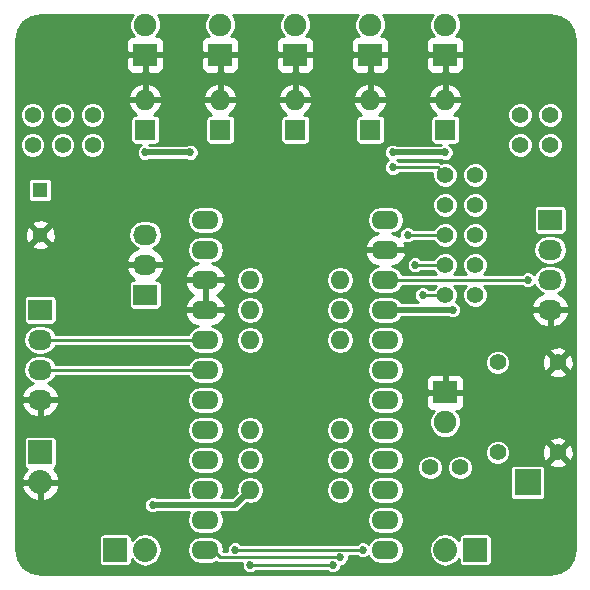
<source format=gbl>
G04 #@! TF.FileFunction,Copper,L2,Bot,Signal*
%FSLAX46Y46*%
G04 Gerber Fmt 4.6, Leading zero omitted, Abs format (unit mm)*
G04 Created by KiCad (PCBNEW 4.0.5) date Thursday, March 09, 2017 'PMt' 12:33:45 PM*
%MOMM*%
%LPD*%
G01*
G04 APERTURE LIST*
%ADD10C,0.100000*%
%ADD11R,2.032000X1.727200*%
%ADD12O,2.032000X1.727200*%
%ADD13R,2.032000X2.032000*%
%ADD14O,2.032000X2.032000*%
%ADD15O,2.300000X1.600000*%
%ADD16R,1.727200X1.727200*%
%ADD17O,1.727200X1.727200*%
%ADD18R,2.000000X1.900000*%
%ADD19C,1.900000*%
%ADD20C,4.064000*%
%ADD21R,2.235200X2.235200*%
%ADD22O,1.600000X1.600000*%
%ADD23C,1.397000*%
%ADD24R,1.300000X1.300000*%
%ADD25C,1.300000*%
%ADD26C,0.685800*%
%ADD27C,0.254000*%
%ADD28C,0.508000*%
G04 APERTURE END LIST*
D10*
D11*
X88900000Y-78740000D03*
D12*
X88900000Y-81280000D03*
X88900000Y-83820000D03*
X88900000Y-86360000D03*
D11*
X45720000Y-86360000D03*
D12*
X45720000Y-88900000D03*
X45720000Y-91440000D03*
X45720000Y-93980000D03*
D11*
X54610000Y-85090000D03*
D12*
X54610000Y-82550000D03*
X54610000Y-80010000D03*
D13*
X45720000Y-98425000D03*
D14*
X45720000Y-100965000D03*
D15*
X59690000Y-78740000D03*
X59690000Y-81280000D03*
X59690000Y-83820000D03*
X59690000Y-86360000D03*
X59690000Y-88900000D03*
X59690000Y-91440000D03*
X59690000Y-93980000D03*
X59690000Y-96520000D03*
X59690000Y-99060000D03*
X59690000Y-101600000D03*
X59690000Y-104140000D03*
X59690000Y-106680000D03*
X74930000Y-106680000D03*
X74930000Y-104140000D03*
X74930000Y-101600000D03*
X74930000Y-99060000D03*
X74930000Y-96520000D03*
X74930000Y-93980000D03*
X74930000Y-91440000D03*
X74930000Y-88900000D03*
X74930000Y-86360000D03*
X74930000Y-83820000D03*
X74930000Y-81280000D03*
X74930000Y-78740000D03*
D16*
X80010000Y-71120000D03*
D17*
X80010000Y-68580000D03*
D16*
X73660000Y-71120000D03*
D17*
X73660000Y-68580000D03*
D16*
X67310000Y-71120000D03*
D17*
X67310000Y-68580000D03*
D16*
X60960000Y-71120000D03*
D17*
X60960000Y-68580000D03*
D16*
X54610000Y-71120000D03*
D17*
X54610000Y-68580000D03*
D18*
X80010000Y-93345000D03*
D19*
X80010000Y-95885000D03*
D20*
X88265000Y-64135000D03*
X46355000Y-106045000D03*
X46355000Y-64135000D03*
X88265000Y-106045000D03*
D21*
X86995000Y-100965000D03*
D13*
X52070000Y-106680000D03*
D14*
X54610000Y-106680000D03*
D13*
X82550000Y-106680000D03*
D14*
X80010000Y-106680000D03*
D22*
X63500000Y-83820000D03*
X63500000Y-86360000D03*
X63500000Y-88900000D03*
X63500000Y-91440000D03*
X63500000Y-93980000D03*
X63500000Y-96520000D03*
X63500000Y-99060000D03*
X63500000Y-101600000D03*
X71120000Y-101600000D03*
X71120000Y-99060000D03*
X71120000Y-96520000D03*
X71120000Y-93980000D03*
X71120000Y-91440000D03*
X71120000Y-88900000D03*
X71120000Y-86360000D03*
X71120000Y-83820000D03*
D18*
X54610000Y-64770000D03*
D19*
X54610000Y-62230000D03*
D18*
X60960000Y-64770000D03*
D19*
X60960000Y-62230000D03*
D18*
X73660000Y-64770000D03*
D19*
X73660000Y-62230000D03*
D18*
X80010000Y-64770000D03*
D19*
X80010000Y-62230000D03*
D18*
X67310000Y-64770000D03*
D19*
X67310000Y-62230000D03*
D23*
X45085000Y-69850000D03*
X45085000Y-72390000D03*
X47625000Y-69850000D03*
X47625000Y-72390000D03*
X50165000Y-69850000D03*
X50165000Y-72390000D03*
X86360000Y-69850000D03*
X86360000Y-72390000D03*
X88900000Y-69850000D03*
X88900000Y-72390000D03*
X82550000Y-77470000D03*
X80010000Y-77470000D03*
X82550000Y-74930000D03*
X80010000Y-74930000D03*
X82550000Y-85090000D03*
X80010000Y-85090000D03*
X82550000Y-82550000D03*
X80010000Y-82550000D03*
X82550000Y-80010000D03*
X80010000Y-80010000D03*
X81280000Y-99695000D03*
X78740000Y-99695000D03*
X89535000Y-98425000D03*
X84455000Y-98425000D03*
X89535000Y-90805000D03*
X84455000Y-90805000D03*
D24*
X45720000Y-76200000D03*
D25*
X45720000Y-80000000D03*
D26*
X71755000Y-77470000D03*
X70485000Y-77470000D03*
X69215000Y-77470000D03*
X67945000Y-77470000D03*
X66675000Y-77470000D03*
X65405000Y-77470000D03*
X64135000Y-77470000D03*
X62865000Y-77470000D03*
X71120000Y-78105000D03*
X69850000Y-78105000D03*
X68580000Y-78105000D03*
X67310000Y-78105000D03*
X66040000Y-78105000D03*
X64770000Y-78105000D03*
X63500000Y-78105000D03*
X66675000Y-95250000D03*
X66675000Y-96520000D03*
X66675000Y-97790000D03*
X66675000Y-99060000D03*
X66675000Y-100330000D03*
X67945000Y-100965000D03*
X67945000Y-99695000D03*
X67945000Y-98425000D03*
X67945000Y-97155000D03*
X67945000Y-95885000D03*
X67945000Y-94615000D03*
X67945000Y-93345000D03*
X67945000Y-92075000D03*
X67945000Y-90805000D03*
X67945000Y-89535000D03*
X67945000Y-88265000D03*
X67945000Y-86995000D03*
X66675000Y-86360000D03*
X66675000Y-87630000D03*
X66675000Y-88900000D03*
X66675000Y-90170000D03*
X66675000Y-91440000D03*
X66675000Y-92710000D03*
X66675000Y-93980000D03*
X80645000Y-86360000D03*
X80010000Y-73025000D03*
X58420000Y-73025000D03*
X75565000Y-73025000D03*
X54610000Y-73025000D03*
X86995000Y-83820000D03*
X76835000Y-80010000D03*
X75565000Y-74295000D03*
X78105000Y-85090000D03*
X77470000Y-82550000D03*
X55245000Y-102870000D03*
X63500000Y-107950000D03*
X70485000Y-107950000D03*
X73025000Y-106680000D03*
X62230000Y-106680000D03*
X71120000Y-107315000D03*
D27*
X71755000Y-77470000D02*
X70485000Y-77470000D01*
X69215000Y-77470000D02*
X67945000Y-77470000D01*
X66675000Y-77470000D02*
X65405000Y-77470000D01*
X64135000Y-77470000D02*
X62865000Y-77470000D01*
X68580000Y-78105000D02*
X69850000Y-78105000D01*
X66040000Y-78105000D02*
X67310000Y-78105000D01*
X63500000Y-78105000D02*
X64770000Y-78105000D01*
X66675000Y-96520000D02*
X66675000Y-95250000D01*
X66675000Y-99060000D02*
X66675000Y-97790000D01*
X67310000Y-100330000D02*
X66675000Y-100330000D01*
X67945000Y-100965000D02*
X67310000Y-100330000D01*
X67945000Y-98425000D02*
X67945000Y-99695000D01*
X67945000Y-95885000D02*
X67945000Y-97155000D01*
X67945000Y-93345000D02*
X67945000Y-94615000D01*
X67945000Y-90805000D02*
X67945000Y-92075000D01*
X67945000Y-88265000D02*
X67945000Y-89535000D01*
X67310000Y-86995000D02*
X67945000Y-86995000D01*
X66675000Y-86360000D02*
X67310000Y-86995000D01*
X66675000Y-88900000D02*
X66675000Y-87630000D01*
X66675000Y-91440000D02*
X66675000Y-90170000D01*
X66675000Y-93980000D02*
X66675000Y-92710000D01*
D28*
X80010000Y-73025000D02*
X75565000Y-73025000D01*
X58420000Y-73025000D02*
X54610000Y-73025000D01*
X74930000Y-86360000D02*
X80645000Y-86360000D01*
D27*
X59690000Y-88900000D02*
X45720000Y-88900000D01*
X59690000Y-91440000D02*
X45720000Y-91440000D01*
X74930000Y-83820000D02*
X86995000Y-83820000D01*
X80010000Y-80010000D02*
X76835000Y-80010000D01*
X80010000Y-74930000D02*
X79375000Y-74295000D01*
X79375000Y-74295000D02*
X75565000Y-74295000D01*
X78105000Y-85090000D02*
X80010000Y-85090000D01*
X77470000Y-82550000D02*
X80010000Y-82550000D01*
D28*
X62230000Y-102870000D02*
X55245000Y-102870000D01*
X63500000Y-101600000D02*
X62230000Y-102870000D01*
D27*
X63500000Y-107950000D02*
X70485000Y-107950000D01*
X62230000Y-106680000D02*
X73025000Y-106680000D01*
X71120000Y-86360000D02*
X71755000Y-86360000D01*
X59690000Y-106680000D02*
X60325000Y-106680000D01*
X60325000Y-106680000D02*
X60960000Y-107315000D01*
X60960000Y-107315000D02*
X71120000Y-107315000D01*
G36*
X53482291Y-61475065D02*
X53279231Y-61964086D01*
X53278769Y-62493591D01*
X53480975Y-62982966D01*
X53682657Y-63185000D01*
X53483691Y-63185000D01*
X53250302Y-63281673D01*
X53071673Y-63460301D01*
X52975000Y-63693690D01*
X52975000Y-64484250D01*
X53133750Y-64643000D01*
X54483000Y-64643000D01*
X54483000Y-64623000D01*
X54737000Y-64623000D01*
X54737000Y-64643000D01*
X56086250Y-64643000D01*
X56245000Y-64484250D01*
X56245000Y-63693690D01*
X56148327Y-63460301D01*
X55969698Y-63281673D01*
X55736309Y-63185000D01*
X55537295Y-63185000D01*
X55737709Y-62984935D01*
X55940769Y-62495914D01*
X55941231Y-61966409D01*
X55739025Y-61477034D01*
X55678097Y-61416000D01*
X59891459Y-61416000D01*
X59832291Y-61475065D01*
X59629231Y-61964086D01*
X59628769Y-62493591D01*
X59830975Y-62982966D01*
X60032657Y-63185000D01*
X59833691Y-63185000D01*
X59600302Y-63281673D01*
X59421673Y-63460301D01*
X59325000Y-63693690D01*
X59325000Y-64484250D01*
X59483750Y-64643000D01*
X60833000Y-64643000D01*
X60833000Y-64623000D01*
X61087000Y-64623000D01*
X61087000Y-64643000D01*
X62436250Y-64643000D01*
X62595000Y-64484250D01*
X62595000Y-63693690D01*
X62498327Y-63460301D01*
X62319698Y-63281673D01*
X62086309Y-63185000D01*
X61887295Y-63185000D01*
X62087709Y-62984935D01*
X62290769Y-62495914D01*
X62291231Y-61966409D01*
X62089025Y-61477034D01*
X62028097Y-61416000D01*
X66241459Y-61416000D01*
X66182291Y-61475065D01*
X65979231Y-61964086D01*
X65978769Y-62493591D01*
X66180975Y-62982966D01*
X66382657Y-63185000D01*
X66183691Y-63185000D01*
X65950302Y-63281673D01*
X65771673Y-63460301D01*
X65675000Y-63693690D01*
X65675000Y-64484250D01*
X65833750Y-64643000D01*
X67183000Y-64643000D01*
X67183000Y-64623000D01*
X67437000Y-64623000D01*
X67437000Y-64643000D01*
X68786250Y-64643000D01*
X68945000Y-64484250D01*
X68945000Y-63693690D01*
X68848327Y-63460301D01*
X68669698Y-63281673D01*
X68436309Y-63185000D01*
X68237295Y-63185000D01*
X68437709Y-62984935D01*
X68640769Y-62495914D01*
X68641231Y-61966409D01*
X68439025Y-61477034D01*
X68378097Y-61416000D01*
X72591459Y-61416000D01*
X72532291Y-61475065D01*
X72329231Y-61964086D01*
X72328769Y-62493591D01*
X72530975Y-62982966D01*
X72732657Y-63185000D01*
X72533691Y-63185000D01*
X72300302Y-63281673D01*
X72121673Y-63460301D01*
X72025000Y-63693690D01*
X72025000Y-64484250D01*
X72183750Y-64643000D01*
X73533000Y-64643000D01*
X73533000Y-64623000D01*
X73787000Y-64623000D01*
X73787000Y-64643000D01*
X75136250Y-64643000D01*
X75295000Y-64484250D01*
X75295000Y-63693690D01*
X75198327Y-63460301D01*
X75019698Y-63281673D01*
X74786309Y-63185000D01*
X74587295Y-63185000D01*
X74787709Y-62984935D01*
X74990769Y-62495914D01*
X74991231Y-61966409D01*
X74789025Y-61477034D01*
X74728097Y-61416000D01*
X78941459Y-61416000D01*
X78882291Y-61475065D01*
X78679231Y-61964086D01*
X78678769Y-62493591D01*
X78880975Y-62982966D01*
X79082657Y-63185000D01*
X78883691Y-63185000D01*
X78650302Y-63281673D01*
X78471673Y-63460301D01*
X78375000Y-63693690D01*
X78375000Y-64484250D01*
X78533750Y-64643000D01*
X79883000Y-64643000D01*
X79883000Y-64623000D01*
X80137000Y-64623000D01*
X80137000Y-64643000D01*
X81486250Y-64643000D01*
X81645000Y-64484250D01*
X81645000Y-63693690D01*
X81548327Y-63460301D01*
X81369698Y-63281673D01*
X81136309Y-63185000D01*
X80937295Y-63185000D01*
X81137709Y-62984935D01*
X81340769Y-62495914D01*
X81341231Y-61966409D01*
X81139025Y-61477034D01*
X81078097Y-61416000D01*
X88855089Y-61416000D01*
X89694094Y-61582888D01*
X90367293Y-62032707D01*
X90817112Y-62705906D01*
X90984000Y-63544911D01*
X90984000Y-106635089D01*
X90817112Y-107474094D01*
X90367293Y-108147293D01*
X89694094Y-108597112D01*
X88855089Y-108764000D01*
X45764911Y-108764000D01*
X44925906Y-108597112D01*
X44252707Y-108147293D01*
X43802888Y-107474094D01*
X43636000Y-106635089D01*
X43636000Y-105664000D01*
X50665536Y-105664000D01*
X50665536Y-107696000D01*
X50692103Y-107837190D01*
X50775546Y-107966865D01*
X50902866Y-108053859D01*
X51054000Y-108084464D01*
X53086000Y-108084464D01*
X53227190Y-108057897D01*
X53356865Y-107974454D01*
X53443859Y-107847134D01*
X53474464Y-107696000D01*
X53474464Y-107474137D01*
X53622172Y-107695197D01*
X54075391Y-107998029D01*
X54610000Y-108104369D01*
X55144609Y-107998029D01*
X55597828Y-107695197D01*
X55900660Y-107241978D01*
X56007000Y-106707369D01*
X56007000Y-106680000D01*
X58129006Y-106680000D01*
X58218904Y-107131949D01*
X58474913Y-107515093D01*
X58858057Y-107771102D01*
X59310006Y-107861000D01*
X60069994Y-107861000D01*
X60521943Y-107771102D01*
X60633870Y-107696314D01*
X60765597Y-107784331D01*
X60960000Y-107823000D01*
X62776211Y-107823000D01*
X62775975Y-108093361D01*
X62885950Y-108359521D01*
X63089408Y-108563335D01*
X63355376Y-108673774D01*
X63643361Y-108674025D01*
X63909521Y-108564050D01*
X64015757Y-108458000D01*
X69969257Y-108458000D01*
X70074408Y-108563335D01*
X70340376Y-108673774D01*
X70628361Y-108674025D01*
X70894521Y-108564050D01*
X71098335Y-108360592D01*
X71208774Y-108094624D01*
X71208823Y-108038977D01*
X71263361Y-108039025D01*
X71529521Y-107929050D01*
X71733335Y-107725592D01*
X71843774Y-107459624D01*
X71844011Y-107188000D01*
X72509257Y-107188000D01*
X72614408Y-107293335D01*
X72880376Y-107403774D01*
X73168361Y-107404025D01*
X73434521Y-107294050D01*
X73514122Y-107214588D01*
X73714913Y-107515093D01*
X74098057Y-107771102D01*
X74550006Y-107861000D01*
X75309994Y-107861000D01*
X75761943Y-107771102D01*
X76145087Y-107515093D01*
X76401096Y-107131949D01*
X76490994Y-106680000D01*
X76485550Y-106652631D01*
X78613000Y-106652631D01*
X78613000Y-106707369D01*
X78719340Y-107241978D01*
X79022172Y-107695197D01*
X79475391Y-107998029D01*
X80010000Y-108104369D01*
X80544609Y-107998029D01*
X80997828Y-107695197D01*
X81145536Y-107474137D01*
X81145536Y-107696000D01*
X81172103Y-107837190D01*
X81255546Y-107966865D01*
X81382866Y-108053859D01*
X81534000Y-108084464D01*
X83566000Y-108084464D01*
X83707190Y-108057897D01*
X83836865Y-107974454D01*
X83923859Y-107847134D01*
X83954464Y-107696000D01*
X83954464Y-105664000D01*
X83927897Y-105522810D01*
X83844454Y-105393135D01*
X83717134Y-105306141D01*
X83566000Y-105275536D01*
X81534000Y-105275536D01*
X81392810Y-105302103D01*
X81263135Y-105385546D01*
X81176141Y-105512866D01*
X81145536Y-105664000D01*
X81145536Y-105885863D01*
X80997828Y-105664803D01*
X80544609Y-105361971D01*
X80010000Y-105255631D01*
X79475391Y-105361971D01*
X79022172Y-105664803D01*
X78719340Y-106118022D01*
X78613000Y-106652631D01*
X76485550Y-106652631D01*
X76401096Y-106228051D01*
X76145087Y-105844907D01*
X75761943Y-105588898D01*
X75309994Y-105499000D01*
X74550006Y-105499000D01*
X74098057Y-105588898D01*
X73714913Y-105844907D01*
X73514154Y-106145364D01*
X73435592Y-106066665D01*
X73169624Y-105956226D01*
X72881639Y-105955975D01*
X72615479Y-106065950D01*
X72509243Y-106172000D01*
X62745743Y-106172000D01*
X62640592Y-106066665D01*
X62374624Y-105956226D01*
X62086639Y-105955975D01*
X61820479Y-106065950D01*
X61616665Y-106269408D01*
X61506226Y-106535376D01*
X61505989Y-106807000D01*
X61225732Y-106807000D01*
X61250994Y-106680000D01*
X61161096Y-106228051D01*
X60905087Y-105844907D01*
X60521943Y-105588898D01*
X60069994Y-105499000D01*
X59310006Y-105499000D01*
X58858057Y-105588898D01*
X58474913Y-105844907D01*
X58218904Y-106228051D01*
X58129006Y-106680000D01*
X56007000Y-106680000D01*
X56007000Y-106652631D01*
X55900660Y-106118022D01*
X55597828Y-105664803D01*
X55144609Y-105361971D01*
X54610000Y-105255631D01*
X54075391Y-105361971D01*
X53622172Y-105664803D01*
X53474464Y-105885863D01*
X53474464Y-105664000D01*
X53447897Y-105522810D01*
X53364454Y-105393135D01*
X53237134Y-105306141D01*
X53086000Y-105275536D01*
X51054000Y-105275536D01*
X50912810Y-105302103D01*
X50783135Y-105385546D01*
X50696141Y-105512866D01*
X50665536Y-105664000D01*
X43636000Y-105664000D01*
X43636000Y-103013361D01*
X54520975Y-103013361D01*
X54630950Y-103279521D01*
X54834408Y-103483335D01*
X55100376Y-103593774D01*
X55388361Y-103594025D01*
X55603818Y-103505000D01*
X58341215Y-103505000D01*
X58218904Y-103688051D01*
X58129006Y-104140000D01*
X58218904Y-104591949D01*
X58474913Y-104975093D01*
X58858057Y-105231102D01*
X59310006Y-105321000D01*
X60069994Y-105321000D01*
X60521943Y-105231102D01*
X60905087Y-104975093D01*
X61161096Y-104591949D01*
X61250994Y-104140000D01*
X73369006Y-104140000D01*
X73458904Y-104591949D01*
X73714913Y-104975093D01*
X74098057Y-105231102D01*
X74550006Y-105321000D01*
X75309994Y-105321000D01*
X75761943Y-105231102D01*
X76145087Y-104975093D01*
X76401096Y-104591949D01*
X76490994Y-104140000D01*
X76401096Y-103688051D01*
X76145087Y-103304907D01*
X75761943Y-103048898D01*
X75309994Y-102959000D01*
X74550006Y-102959000D01*
X74098057Y-103048898D01*
X73714913Y-103304907D01*
X73458904Y-103688051D01*
X73369006Y-104140000D01*
X61250994Y-104140000D01*
X61161096Y-103688051D01*
X61038785Y-103505000D01*
X62230000Y-103505000D01*
X62473004Y-103456664D01*
X62679013Y-103319013D01*
X63260136Y-102737890D01*
X63476863Y-102781000D01*
X63523137Y-102781000D01*
X63975086Y-102691102D01*
X64358230Y-102435093D01*
X64614239Y-102051949D01*
X64704137Y-101600000D01*
X69915863Y-101600000D01*
X70005761Y-102051949D01*
X70261770Y-102435093D01*
X70644914Y-102691102D01*
X71096863Y-102781000D01*
X71143137Y-102781000D01*
X71595086Y-102691102D01*
X71978230Y-102435093D01*
X72234239Y-102051949D01*
X72324137Y-101600000D01*
X73369006Y-101600000D01*
X73458904Y-102051949D01*
X73714913Y-102435093D01*
X74098057Y-102691102D01*
X74550006Y-102781000D01*
X75309994Y-102781000D01*
X75761943Y-102691102D01*
X76145087Y-102435093D01*
X76401096Y-102051949D01*
X76490994Y-101600000D01*
X76401096Y-101148051D01*
X76145087Y-100764907D01*
X75761943Y-100508898D01*
X75309994Y-100419000D01*
X74550006Y-100419000D01*
X74098057Y-100508898D01*
X73714913Y-100764907D01*
X73458904Y-101148051D01*
X73369006Y-101600000D01*
X72324137Y-101600000D01*
X72234239Y-101148051D01*
X71978230Y-100764907D01*
X71595086Y-100508898D01*
X71143137Y-100419000D01*
X71096863Y-100419000D01*
X70644914Y-100508898D01*
X70261770Y-100764907D01*
X70005761Y-101148051D01*
X69915863Y-101600000D01*
X64704137Y-101600000D01*
X64614239Y-101148051D01*
X64358230Y-100764907D01*
X63975086Y-100508898D01*
X63523137Y-100419000D01*
X63476863Y-100419000D01*
X63024914Y-100508898D01*
X62641770Y-100764907D01*
X62385761Y-101148051D01*
X62295863Y-101600000D01*
X62346650Y-101855324D01*
X61966974Y-102235000D01*
X61038785Y-102235000D01*
X61161096Y-102051949D01*
X61250994Y-101600000D01*
X61161096Y-101148051D01*
X60905087Y-100764907D01*
X60521943Y-100508898D01*
X60069994Y-100419000D01*
X59310006Y-100419000D01*
X58858057Y-100508898D01*
X58474913Y-100764907D01*
X58218904Y-101148051D01*
X58129006Y-101600000D01*
X58218904Y-102051949D01*
X58341215Y-102235000D01*
X55603417Y-102235000D01*
X55389624Y-102146226D01*
X55101639Y-102145975D01*
X54835479Y-102255950D01*
X54631665Y-102459408D01*
X54521226Y-102725376D01*
X54520975Y-103013361D01*
X43636000Y-103013361D01*
X43636000Y-101347944D01*
X44114025Y-101347944D01*
X44313615Y-101829818D01*
X44751621Y-102302188D01*
X45337054Y-102570983D01*
X45593000Y-102452367D01*
X45593000Y-101092000D01*
X45847000Y-101092000D01*
X45847000Y-102452367D01*
X46102946Y-102570983D01*
X46688379Y-102302188D01*
X47126385Y-101829818D01*
X47325975Y-101347944D01*
X47206836Y-101092000D01*
X45847000Y-101092000D01*
X45593000Y-101092000D01*
X44233164Y-101092000D01*
X44114025Y-101347944D01*
X43636000Y-101347944D01*
X43636000Y-100582056D01*
X44114025Y-100582056D01*
X44233164Y-100838000D01*
X45593000Y-100838000D01*
X45593000Y-100818000D01*
X45847000Y-100818000D01*
X45847000Y-100838000D01*
X47206836Y-100838000D01*
X47325975Y-100582056D01*
X47126385Y-100100182D01*
X46854658Y-99807137D01*
X46877190Y-99802897D01*
X47006865Y-99719454D01*
X47093859Y-99592134D01*
X47124464Y-99441000D01*
X47124464Y-99060000D01*
X58129006Y-99060000D01*
X58218904Y-99511949D01*
X58474913Y-99895093D01*
X58858057Y-100151102D01*
X59310006Y-100241000D01*
X60069994Y-100241000D01*
X60521943Y-100151102D01*
X60905087Y-99895093D01*
X61161096Y-99511949D01*
X61250994Y-99060000D01*
X62295863Y-99060000D01*
X62385761Y-99511949D01*
X62641770Y-99895093D01*
X63024914Y-100151102D01*
X63476863Y-100241000D01*
X63523137Y-100241000D01*
X63975086Y-100151102D01*
X64358230Y-99895093D01*
X64614239Y-99511949D01*
X64704137Y-99060000D01*
X69915863Y-99060000D01*
X70005761Y-99511949D01*
X70261770Y-99895093D01*
X70644914Y-100151102D01*
X71096863Y-100241000D01*
X71143137Y-100241000D01*
X71595086Y-100151102D01*
X71978230Y-99895093D01*
X72234239Y-99511949D01*
X72324137Y-99060000D01*
X73369006Y-99060000D01*
X73458904Y-99511949D01*
X73714913Y-99895093D01*
X74098057Y-100151102D01*
X74550006Y-100241000D01*
X75309994Y-100241000D01*
X75761943Y-100151102D01*
X76124596Y-99908784D01*
X77660313Y-99908784D01*
X77824311Y-100305689D01*
X78127714Y-100609622D01*
X78524332Y-100774313D01*
X78953784Y-100774687D01*
X79350689Y-100610689D01*
X79654622Y-100307286D01*
X79819313Y-99910668D01*
X79819314Y-99908784D01*
X80200313Y-99908784D01*
X80364311Y-100305689D01*
X80667714Y-100609622D01*
X81064332Y-100774313D01*
X81493784Y-100774687D01*
X81890689Y-100610689D01*
X82194622Y-100307286D01*
X82359313Y-99910668D01*
X82359368Y-99847400D01*
X85488936Y-99847400D01*
X85488936Y-102082600D01*
X85515503Y-102223790D01*
X85598946Y-102353465D01*
X85726266Y-102440459D01*
X85877400Y-102471064D01*
X88112600Y-102471064D01*
X88253790Y-102444497D01*
X88383465Y-102361054D01*
X88470459Y-102233734D01*
X88501064Y-102082600D01*
X88501064Y-99847400D01*
X88474497Y-99706210D01*
X88391054Y-99576535D01*
X88263734Y-99489541D01*
X88112600Y-99458936D01*
X85877400Y-99458936D01*
X85736210Y-99485503D01*
X85606535Y-99568946D01*
X85519541Y-99696266D01*
X85488936Y-99847400D01*
X82359368Y-99847400D01*
X82359687Y-99481216D01*
X82195689Y-99084311D01*
X81892286Y-98780378D01*
X81551292Y-98638784D01*
X83375313Y-98638784D01*
X83539311Y-99035689D01*
X83842714Y-99339622D01*
X84239332Y-99504313D01*
X84668784Y-99504687D01*
X85020918Y-99359188D01*
X88780417Y-99359188D01*
X88842071Y-99594800D01*
X89342480Y-99770927D01*
X89872199Y-99742148D01*
X90227929Y-99594800D01*
X90289583Y-99359188D01*
X89535000Y-98604605D01*
X88780417Y-99359188D01*
X85020918Y-99359188D01*
X85065689Y-99340689D01*
X85369622Y-99037286D01*
X85534313Y-98640668D01*
X85534668Y-98232480D01*
X88189073Y-98232480D01*
X88217852Y-98762199D01*
X88365200Y-99117929D01*
X88600812Y-99179583D01*
X89355395Y-98425000D01*
X89714605Y-98425000D01*
X90469188Y-99179583D01*
X90704800Y-99117929D01*
X90880927Y-98617520D01*
X90852148Y-98087801D01*
X90704800Y-97732071D01*
X90469188Y-97670417D01*
X89714605Y-98425000D01*
X89355395Y-98425000D01*
X88600812Y-97670417D01*
X88365200Y-97732071D01*
X88189073Y-98232480D01*
X85534668Y-98232480D01*
X85534687Y-98211216D01*
X85370689Y-97814311D01*
X85067286Y-97510378D01*
X85020167Y-97490812D01*
X88780417Y-97490812D01*
X89535000Y-98245395D01*
X90289583Y-97490812D01*
X90227929Y-97255200D01*
X89727520Y-97079073D01*
X89197801Y-97107852D01*
X88842071Y-97255200D01*
X88780417Y-97490812D01*
X85020167Y-97490812D01*
X84670668Y-97345687D01*
X84241216Y-97345313D01*
X83844311Y-97509311D01*
X83540378Y-97812714D01*
X83375687Y-98209332D01*
X83375313Y-98638784D01*
X81551292Y-98638784D01*
X81495668Y-98615687D01*
X81066216Y-98615313D01*
X80669311Y-98779311D01*
X80365378Y-99082714D01*
X80200687Y-99479332D01*
X80200313Y-99908784D01*
X79819314Y-99908784D01*
X79819687Y-99481216D01*
X79655689Y-99084311D01*
X79352286Y-98780378D01*
X78955668Y-98615687D01*
X78526216Y-98615313D01*
X78129311Y-98779311D01*
X77825378Y-99082714D01*
X77660687Y-99479332D01*
X77660313Y-99908784D01*
X76124596Y-99908784D01*
X76145087Y-99895093D01*
X76401096Y-99511949D01*
X76490994Y-99060000D01*
X76401096Y-98608051D01*
X76145087Y-98224907D01*
X75761943Y-97968898D01*
X75309994Y-97879000D01*
X74550006Y-97879000D01*
X74098057Y-97968898D01*
X73714913Y-98224907D01*
X73458904Y-98608051D01*
X73369006Y-99060000D01*
X72324137Y-99060000D01*
X72234239Y-98608051D01*
X71978230Y-98224907D01*
X71595086Y-97968898D01*
X71143137Y-97879000D01*
X71096863Y-97879000D01*
X70644914Y-97968898D01*
X70261770Y-98224907D01*
X70005761Y-98608051D01*
X69915863Y-99060000D01*
X64704137Y-99060000D01*
X64614239Y-98608051D01*
X64358230Y-98224907D01*
X63975086Y-97968898D01*
X63523137Y-97879000D01*
X63476863Y-97879000D01*
X63024914Y-97968898D01*
X62641770Y-98224907D01*
X62385761Y-98608051D01*
X62295863Y-99060000D01*
X61250994Y-99060000D01*
X61161096Y-98608051D01*
X60905087Y-98224907D01*
X60521943Y-97968898D01*
X60069994Y-97879000D01*
X59310006Y-97879000D01*
X58858057Y-97968898D01*
X58474913Y-98224907D01*
X58218904Y-98608051D01*
X58129006Y-99060000D01*
X47124464Y-99060000D01*
X47124464Y-97409000D01*
X47097897Y-97267810D01*
X47014454Y-97138135D01*
X46887134Y-97051141D01*
X46736000Y-97020536D01*
X44704000Y-97020536D01*
X44562810Y-97047103D01*
X44433135Y-97130546D01*
X44346141Y-97257866D01*
X44315536Y-97409000D01*
X44315536Y-99441000D01*
X44342103Y-99582190D01*
X44425546Y-99711865D01*
X44552866Y-99798859D01*
X44586670Y-99805704D01*
X44313615Y-100100182D01*
X44114025Y-100582056D01*
X43636000Y-100582056D01*
X43636000Y-96520000D01*
X58129006Y-96520000D01*
X58218904Y-96971949D01*
X58474913Y-97355093D01*
X58858057Y-97611102D01*
X59310006Y-97701000D01*
X60069994Y-97701000D01*
X60521943Y-97611102D01*
X60905087Y-97355093D01*
X61161096Y-96971949D01*
X61250994Y-96520000D01*
X62295863Y-96520000D01*
X62385761Y-96971949D01*
X62641770Y-97355093D01*
X63024914Y-97611102D01*
X63476863Y-97701000D01*
X63523137Y-97701000D01*
X63975086Y-97611102D01*
X64358230Y-97355093D01*
X64614239Y-96971949D01*
X64704137Y-96520000D01*
X69915863Y-96520000D01*
X70005761Y-96971949D01*
X70261770Y-97355093D01*
X70644914Y-97611102D01*
X71096863Y-97701000D01*
X71143137Y-97701000D01*
X71595086Y-97611102D01*
X71978230Y-97355093D01*
X72234239Y-96971949D01*
X72324137Y-96520000D01*
X73369006Y-96520000D01*
X73458904Y-96971949D01*
X73714913Y-97355093D01*
X74098057Y-97611102D01*
X74550006Y-97701000D01*
X75309994Y-97701000D01*
X75761943Y-97611102D01*
X76145087Y-97355093D01*
X76401096Y-96971949D01*
X76490994Y-96520000D01*
X76401096Y-96068051D01*
X76145087Y-95684907D01*
X75761943Y-95428898D01*
X75309994Y-95339000D01*
X74550006Y-95339000D01*
X74098057Y-95428898D01*
X73714913Y-95684907D01*
X73458904Y-96068051D01*
X73369006Y-96520000D01*
X72324137Y-96520000D01*
X72234239Y-96068051D01*
X71978230Y-95684907D01*
X71595086Y-95428898D01*
X71143137Y-95339000D01*
X71096863Y-95339000D01*
X70644914Y-95428898D01*
X70261770Y-95684907D01*
X70005761Y-96068051D01*
X69915863Y-96520000D01*
X64704137Y-96520000D01*
X64614239Y-96068051D01*
X64358230Y-95684907D01*
X63975086Y-95428898D01*
X63523137Y-95339000D01*
X63476863Y-95339000D01*
X63024914Y-95428898D01*
X62641770Y-95684907D01*
X62385761Y-96068051D01*
X62295863Y-96520000D01*
X61250994Y-96520000D01*
X61161096Y-96068051D01*
X60905087Y-95684907D01*
X60521943Y-95428898D01*
X60069994Y-95339000D01*
X59310006Y-95339000D01*
X58858057Y-95428898D01*
X58474913Y-95684907D01*
X58218904Y-96068051D01*
X58129006Y-96520000D01*
X43636000Y-96520000D01*
X43636000Y-94339026D01*
X44112642Y-94339026D01*
X44115291Y-94354791D01*
X44369268Y-94882036D01*
X44805680Y-95271954D01*
X45358087Y-95465184D01*
X45593000Y-95320924D01*
X45593000Y-94107000D01*
X45847000Y-94107000D01*
X45847000Y-95320924D01*
X46081913Y-95465184D01*
X46634320Y-95271954D01*
X47070732Y-94882036D01*
X47324709Y-94354791D01*
X47327358Y-94339026D01*
X47206217Y-94107000D01*
X45847000Y-94107000D01*
X45593000Y-94107000D01*
X44233783Y-94107000D01*
X44112642Y-94339026D01*
X43636000Y-94339026D01*
X43636000Y-93980000D01*
X58129006Y-93980000D01*
X58218904Y-94431949D01*
X58474913Y-94815093D01*
X58858057Y-95071102D01*
X59310006Y-95161000D01*
X60069994Y-95161000D01*
X60521943Y-95071102D01*
X60905087Y-94815093D01*
X61161096Y-94431949D01*
X61250994Y-93980000D01*
X73369006Y-93980000D01*
X73458904Y-94431949D01*
X73714913Y-94815093D01*
X74098057Y-95071102D01*
X74550006Y-95161000D01*
X75309994Y-95161000D01*
X75761943Y-95071102D01*
X76145087Y-94815093D01*
X76401096Y-94431949D01*
X76490994Y-93980000D01*
X76421525Y-93630750D01*
X78375000Y-93630750D01*
X78375000Y-94421310D01*
X78471673Y-94654699D01*
X78650302Y-94833327D01*
X78883691Y-94930000D01*
X79082705Y-94930000D01*
X78882291Y-95130065D01*
X78679231Y-95619086D01*
X78678769Y-96148591D01*
X78880975Y-96637966D01*
X79255065Y-97012709D01*
X79744086Y-97215769D01*
X80273591Y-97216231D01*
X80762966Y-97014025D01*
X81137709Y-96639935D01*
X81340769Y-96150914D01*
X81341231Y-95621409D01*
X81139025Y-95132034D01*
X80937343Y-94930000D01*
X81136309Y-94930000D01*
X81369698Y-94833327D01*
X81548327Y-94654699D01*
X81645000Y-94421310D01*
X81645000Y-93630750D01*
X81486250Y-93472000D01*
X80137000Y-93472000D01*
X80137000Y-93492000D01*
X79883000Y-93492000D01*
X79883000Y-93472000D01*
X78533750Y-93472000D01*
X78375000Y-93630750D01*
X76421525Y-93630750D01*
X76401096Y-93528051D01*
X76145087Y-93144907D01*
X75761943Y-92888898D01*
X75309994Y-92799000D01*
X74550006Y-92799000D01*
X74098057Y-92888898D01*
X73714913Y-93144907D01*
X73458904Y-93528051D01*
X73369006Y-93980000D01*
X61250994Y-93980000D01*
X61161096Y-93528051D01*
X60905087Y-93144907D01*
X60521943Y-92888898D01*
X60069994Y-92799000D01*
X59310006Y-92799000D01*
X58858057Y-92888898D01*
X58474913Y-93144907D01*
X58218904Y-93528051D01*
X58129006Y-93980000D01*
X43636000Y-93980000D01*
X43636000Y-93620974D01*
X44112642Y-93620974D01*
X44233783Y-93853000D01*
X45593000Y-93853000D01*
X45593000Y-93833000D01*
X45847000Y-93833000D01*
X45847000Y-93853000D01*
X47206217Y-93853000D01*
X47327358Y-93620974D01*
X47324709Y-93605209D01*
X47070732Y-93077964D01*
X46634320Y-92688046D01*
X46361757Y-92592704D01*
X46376057Y-92589860D01*
X46779834Y-92320065D01*
X47028440Y-91948000D01*
X58256356Y-91948000D01*
X58474913Y-92275093D01*
X58858057Y-92531102D01*
X59310006Y-92621000D01*
X60069994Y-92621000D01*
X60521943Y-92531102D01*
X60905087Y-92275093D01*
X61161096Y-91891949D01*
X61250994Y-91440000D01*
X73369006Y-91440000D01*
X73458904Y-91891949D01*
X73714913Y-92275093D01*
X74098057Y-92531102D01*
X74550006Y-92621000D01*
X75309994Y-92621000D01*
X75761943Y-92531102D01*
X76145087Y-92275093D01*
X76149365Y-92268690D01*
X78375000Y-92268690D01*
X78375000Y-93059250D01*
X78533750Y-93218000D01*
X79883000Y-93218000D01*
X79883000Y-91918750D01*
X80137000Y-91918750D01*
X80137000Y-93218000D01*
X81486250Y-93218000D01*
X81645000Y-93059250D01*
X81645000Y-92268690D01*
X81548327Y-92035301D01*
X81369698Y-91856673D01*
X81136309Y-91760000D01*
X80295750Y-91760000D01*
X80137000Y-91918750D01*
X79883000Y-91918750D01*
X79724250Y-91760000D01*
X78883691Y-91760000D01*
X78650302Y-91856673D01*
X78471673Y-92035301D01*
X78375000Y-92268690D01*
X76149365Y-92268690D01*
X76401096Y-91891949D01*
X76490994Y-91440000D01*
X76407210Y-91018784D01*
X83375313Y-91018784D01*
X83539311Y-91415689D01*
X83842714Y-91719622D01*
X84239332Y-91884313D01*
X84668784Y-91884687D01*
X85020918Y-91739188D01*
X88780417Y-91739188D01*
X88842071Y-91974800D01*
X89342480Y-92150927D01*
X89872199Y-92122148D01*
X90227929Y-91974800D01*
X90289583Y-91739188D01*
X89535000Y-90984605D01*
X88780417Y-91739188D01*
X85020918Y-91739188D01*
X85065689Y-91720689D01*
X85369622Y-91417286D01*
X85534313Y-91020668D01*
X85534668Y-90612480D01*
X88189073Y-90612480D01*
X88217852Y-91142199D01*
X88365200Y-91497929D01*
X88600812Y-91559583D01*
X89355395Y-90805000D01*
X89714605Y-90805000D01*
X90469188Y-91559583D01*
X90704800Y-91497929D01*
X90880927Y-90997520D01*
X90852148Y-90467801D01*
X90704800Y-90112071D01*
X90469188Y-90050417D01*
X89714605Y-90805000D01*
X89355395Y-90805000D01*
X88600812Y-90050417D01*
X88365200Y-90112071D01*
X88189073Y-90612480D01*
X85534668Y-90612480D01*
X85534687Y-90591216D01*
X85370689Y-90194311D01*
X85067286Y-89890378D01*
X85020167Y-89870812D01*
X88780417Y-89870812D01*
X89535000Y-90625395D01*
X90289583Y-89870812D01*
X90227929Y-89635200D01*
X89727520Y-89459073D01*
X89197801Y-89487852D01*
X88842071Y-89635200D01*
X88780417Y-89870812D01*
X85020167Y-89870812D01*
X84670668Y-89725687D01*
X84241216Y-89725313D01*
X83844311Y-89889311D01*
X83540378Y-90192714D01*
X83375687Y-90589332D01*
X83375313Y-91018784D01*
X76407210Y-91018784D01*
X76401096Y-90988051D01*
X76145087Y-90604907D01*
X75761943Y-90348898D01*
X75309994Y-90259000D01*
X74550006Y-90259000D01*
X74098057Y-90348898D01*
X73714913Y-90604907D01*
X73458904Y-90988051D01*
X73369006Y-91440000D01*
X61250994Y-91440000D01*
X61161096Y-90988051D01*
X60905087Y-90604907D01*
X60521943Y-90348898D01*
X60069994Y-90259000D01*
X59310006Y-90259000D01*
X58858057Y-90348898D01*
X58474913Y-90604907D01*
X58256356Y-90932000D01*
X47028440Y-90932000D01*
X46779834Y-90559935D01*
X46376057Y-90290140D01*
X45899769Y-90195400D01*
X45540231Y-90195400D01*
X45063943Y-90290140D01*
X44660166Y-90559935D01*
X44390371Y-90963712D01*
X44295631Y-91440000D01*
X44390371Y-91916288D01*
X44660166Y-92320065D01*
X45063943Y-92589860D01*
X45078243Y-92592704D01*
X44805680Y-92688046D01*
X44369268Y-93077964D01*
X44115291Y-93605209D01*
X44112642Y-93620974D01*
X43636000Y-93620974D01*
X43636000Y-88900000D01*
X44295631Y-88900000D01*
X44390371Y-89376288D01*
X44660166Y-89780065D01*
X45063943Y-90049860D01*
X45540231Y-90144600D01*
X45899769Y-90144600D01*
X46376057Y-90049860D01*
X46779834Y-89780065D01*
X47028440Y-89408000D01*
X58256356Y-89408000D01*
X58474913Y-89735093D01*
X58858057Y-89991102D01*
X59310006Y-90081000D01*
X60069994Y-90081000D01*
X60521943Y-89991102D01*
X60905087Y-89735093D01*
X61161096Y-89351949D01*
X61250994Y-88900000D01*
X62295863Y-88900000D01*
X62385761Y-89351949D01*
X62641770Y-89735093D01*
X63024914Y-89991102D01*
X63476863Y-90081000D01*
X63523137Y-90081000D01*
X63975086Y-89991102D01*
X64358230Y-89735093D01*
X64614239Y-89351949D01*
X64704137Y-88900000D01*
X69915863Y-88900000D01*
X70005761Y-89351949D01*
X70261770Y-89735093D01*
X70644914Y-89991102D01*
X71096863Y-90081000D01*
X71143137Y-90081000D01*
X71595086Y-89991102D01*
X71978230Y-89735093D01*
X72234239Y-89351949D01*
X72324137Y-88900000D01*
X73369006Y-88900000D01*
X73458904Y-89351949D01*
X73714913Y-89735093D01*
X74098057Y-89991102D01*
X74550006Y-90081000D01*
X75309994Y-90081000D01*
X75761943Y-89991102D01*
X76145087Y-89735093D01*
X76401096Y-89351949D01*
X76490994Y-88900000D01*
X76401096Y-88448051D01*
X76145087Y-88064907D01*
X75761943Y-87808898D01*
X75309994Y-87719000D01*
X74550006Y-87719000D01*
X74098057Y-87808898D01*
X73714913Y-88064907D01*
X73458904Y-88448051D01*
X73369006Y-88900000D01*
X72324137Y-88900000D01*
X72234239Y-88448051D01*
X71978230Y-88064907D01*
X71595086Y-87808898D01*
X71143137Y-87719000D01*
X71096863Y-87719000D01*
X70644914Y-87808898D01*
X70261770Y-88064907D01*
X70005761Y-88448051D01*
X69915863Y-88900000D01*
X64704137Y-88900000D01*
X64614239Y-88448051D01*
X64358230Y-88064907D01*
X63975086Y-87808898D01*
X63523137Y-87719000D01*
X63476863Y-87719000D01*
X63024914Y-87808898D01*
X62641770Y-88064907D01*
X62385761Y-88448051D01*
X62295863Y-88900000D01*
X61250994Y-88900000D01*
X61161096Y-88448051D01*
X60905087Y-88064907D01*
X60521943Y-87808898D01*
X60282375Y-87761245D01*
X60706483Y-87637166D01*
X61144500Y-87284896D01*
X61414367Y-86791819D01*
X61431904Y-86709039D01*
X61309915Y-86487000D01*
X59817000Y-86487000D01*
X59817000Y-86507000D01*
X59563000Y-86507000D01*
X59563000Y-86487000D01*
X58070085Y-86487000D01*
X57948096Y-86709039D01*
X57965633Y-86791819D01*
X58235500Y-87284896D01*
X58673517Y-87637166D01*
X59097625Y-87761245D01*
X58858057Y-87808898D01*
X58474913Y-88064907D01*
X58256356Y-88392000D01*
X47028440Y-88392000D01*
X46779834Y-88019935D01*
X46376057Y-87750140D01*
X45899769Y-87655400D01*
X45540231Y-87655400D01*
X45063943Y-87750140D01*
X44660166Y-88019935D01*
X44390371Y-88423712D01*
X44295631Y-88900000D01*
X43636000Y-88900000D01*
X43636000Y-85496400D01*
X44315536Y-85496400D01*
X44315536Y-87223600D01*
X44342103Y-87364790D01*
X44425546Y-87494465D01*
X44552866Y-87581459D01*
X44704000Y-87612064D01*
X46736000Y-87612064D01*
X46877190Y-87585497D01*
X47006865Y-87502054D01*
X47093859Y-87374734D01*
X47124464Y-87223600D01*
X47124464Y-86360000D01*
X62295863Y-86360000D01*
X62385761Y-86811949D01*
X62641770Y-87195093D01*
X63024914Y-87451102D01*
X63476863Y-87541000D01*
X63523137Y-87541000D01*
X63975086Y-87451102D01*
X64358230Y-87195093D01*
X64614239Y-86811949D01*
X64704137Y-86360000D01*
X69915863Y-86360000D01*
X70005761Y-86811949D01*
X70261770Y-87195093D01*
X70644914Y-87451102D01*
X71096863Y-87541000D01*
X71143137Y-87541000D01*
X71595086Y-87451102D01*
X71978230Y-87195093D01*
X72234239Y-86811949D01*
X72324137Y-86360000D01*
X72234239Y-85908051D01*
X71978230Y-85524907D01*
X71595086Y-85268898D01*
X71143137Y-85179000D01*
X71096863Y-85179000D01*
X70644914Y-85268898D01*
X70261770Y-85524907D01*
X70005761Y-85908051D01*
X69915863Y-86360000D01*
X64704137Y-86360000D01*
X64614239Y-85908051D01*
X64358230Y-85524907D01*
X63975086Y-85268898D01*
X63523137Y-85179000D01*
X63476863Y-85179000D01*
X63024914Y-85268898D01*
X62641770Y-85524907D01*
X62385761Y-85908051D01*
X62295863Y-86360000D01*
X47124464Y-86360000D01*
X47124464Y-85496400D01*
X47097897Y-85355210D01*
X47014454Y-85225535D01*
X46887134Y-85138541D01*
X46736000Y-85107936D01*
X44704000Y-85107936D01*
X44562810Y-85134503D01*
X44433135Y-85217946D01*
X44346141Y-85345266D01*
X44315536Y-85496400D01*
X43636000Y-85496400D01*
X43636000Y-82909026D01*
X53002642Y-82909026D01*
X53005291Y-82924791D01*
X53259268Y-83452036D01*
X53691183Y-83837936D01*
X53594000Y-83837936D01*
X53452810Y-83864503D01*
X53323135Y-83947946D01*
X53236141Y-84075266D01*
X53205536Y-84226400D01*
X53205536Y-85953600D01*
X53232103Y-86094790D01*
X53315546Y-86224465D01*
X53442866Y-86311459D01*
X53594000Y-86342064D01*
X55626000Y-86342064D01*
X55767190Y-86315497D01*
X55896865Y-86232054D01*
X55983859Y-86104734D01*
X56014464Y-85953600D01*
X56014464Y-84226400D01*
X56003671Y-84169039D01*
X57948096Y-84169039D01*
X57965633Y-84251819D01*
X58235500Y-84744896D01*
X58664607Y-85090000D01*
X58235500Y-85435104D01*
X57965633Y-85928181D01*
X57948096Y-86010961D01*
X58070085Y-86233000D01*
X59563000Y-86233000D01*
X59563000Y-83947000D01*
X59817000Y-83947000D01*
X59817000Y-86233000D01*
X61309915Y-86233000D01*
X61431904Y-86010961D01*
X61414367Y-85928181D01*
X61144500Y-85435104D01*
X60715393Y-85090000D01*
X61144500Y-84744896D01*
X61414367Y-84251819D01*
X61431904Y-84169039D01*
X61309915Y-83947000D01*
X59817000Y-83947000D01*
X59563000Y-83947000D01*
X58070085Y-83947000D01*
X57948096Y-84169039D01*
X56003671Y-84169039D01*
X55987897Y-84085210D01*
X55904454Y-83955535D01*
X55777134Y-83868541D01*
X55626000Y-83837936D01*
X55528817Y-83837936D01*
X55548891Y-83820000D01*
X62295863Y-83820000D01*
X62385761Y-84271949D01*
X62641770Y-84655093D01*
X63024914Y-84911102D01*
X63476863Y-85001000D01*
X63523137Y-85001000D01*
X63975086Y-84911102D01*
X64358230Y-84655093D01*
X64614239Y-84271949D01*
X64704137Y-83820000D01*
X69915863Y-83820000D01*
X70005761Y-84271949D01*
X70261770Y-84655093D01*
X70644914Y-84911102D01*
X71096863Y-85001000D01*
X71143137Y-85001000D01*
X71595086Y-84911102D01*
X71978230Y-84655093D01*
X72234239Y-84271949D01*
X72324137Y-83820000D01*
X72234239Y-83368051D01*
X71978230Y-82984907D01*
X71595086Y-82728898D01*
X71143137Y-82639000D01*
X71096863Y-82639000D01*
X70644914Y-82728898D01*
X70261770Y-82984907D01*
X70005761Y-83368051D01*
X69915863Y-83820000D01*
X64704137Y-83820000D01*
X64614239Y-83368051D01*
X64358230Y-82984907D01*
X63975086Y-82728898D01*
X63523137Y-82639000D01*
X63476863Y-82639000D01*
X63024914Y-82728898D01*
X62641770Y-82984907D01*
X62385761Y-83368051D01*
X62295863Y-83820000D01*
X55548891Y-83820000D01*
X55939550Y-83470961D01*
X57948096Y-83470961D01*
X58070085Y-83693000D01*
X59563000Y-83693000D01*
X59563000Y-83673000D01*
X59817000Y-83673000D01*
X59817000Y-83693000D01*
X61309915Y-83693000D01*
X61431904Y-83470961D01*
X61414367Y-83388181D01*
X61144500Y-82895104D01*
X60706483Y-82542834D01*
X60282375Y-82418755D01*
X60521943Y-82371102D01*
X60905087Y-82115093D01*
X61161096Y-81731949D01*
X61181566Y-81629039D01*
X73188096Y-81629039D01*
X73205633Y-81711819D01*
X73475500Y-82204896D01*
X73913517Y-82557166D01*
X74337625Y-82681245D01*
X74098057Y-82728898D01*
X73714913Y-82984907D01*
X73458904Y-83368051D01*
X73369006Y-83820000D01*
X73458904Y-84271949D01*
X73714913Y-84655093D01*
X74098057Y-84911102D01*
X74550006Y-85001000D01*
X75309994Y-85001000D01*
X75761943Y-84911102D01*
X76145087Y-84655093D01*
X76363644Y-84328000D01*
X79245354Y-84328000D01*
X79095378Y-84477714D01*
X79052074Y-84582000D01*
X78620743Y-84582000D01*
X78515592Y-84476665D01*
X78249624Y-84366226D01*
X77961639Y-84365975D01*
X77695479Y-84475950D01*
X77491665Y-84679408D01*
X77381226Y-84945376D01*
X77380975Y-85233361D01*
X77490950Y-85499521D01*
X77694408Y-85703335D01*
X77746583Y-85725000D01*
X76278785Y-85725000D01*
X76145087Y-85524907D01*
X75761943Y-85268898D01*
X75309994Y-85179000D01*
X74550006Y-85179000D01*
X74098057Y-85268898D01*
X73714913Y-85524907D01*
X73458904Y-85908051D01*
X73369006Y-86360000D01*
X73458904Y-86811949D01*
X73714913Y-87195093D01*
X74098057Y-87451102D01*
X74550006Y-87541000D01*
X75309994Y-87541000D01*
X75761943Y-87451102D01*
X76145087Y-87195093D01*
X76278785Y-86995000D01*
X80286583Y-86995000D01*
X80500376Y-87083774D01*
X80788361Y-87084025D01*
X81054521Y-86974050D01*
X81258335Y-86770592D01*
X81279746Y-86719026D01*
X87292642Y-86719026D01*
X87295291Y-86734791D01*
X87549268Y-87262036D01*
X87985680Y-87651954D01*
X88538087Y-87845184D01*
X88773000Y-87700924D01*
X88773000Y-86487000D01*
X89027000Y-86487000D01*
X89027000Y-87700924D01*
X89261913Y-87845184D01*
X89814320Y-87651954D01*
X90250732Y-87262036D01*
X90504709Y-86734791D01*
X90507358Y-86719026D01*
X90386217Y-86487000D01*
X89027000Y-86487000D01*
X88773000Y-86487000D01*
X87413783Y-86487000D01*
X87292642Y-86719026D01*
X81279746Y-86719026D01*
X81368774Y-86504624D01*
X81369025Y-86216639D01*
X81259050Y-85950479D01*
X81055592Y-85746665D01*
X80928165Y-85693753D01*
X81089313Y-85305668D01*
X81089687Y-84876216D01*
X80925689Y-84479311D01*
X80774642Y-84328000D01*
X81785354Y-84328000D01*
X81635378Y-84477714D01*
X81470687Y-84874332D01*
X81470313Y-85303784D01*
X81634311Y-85700689D01*
X81937714Y-86004622D01*
X82334332Y-86169313D01*
X82763784Y-86169687D01*
X83160689Y-86005689D01*
X83464622Y-85702286D01*
X83629313Y-85305668D01*
X83629687Y-84876216D01*
X83465689Y-84479311D01*
X83314642Y-84328000D01*
X86479257Y-84328000D01*
X86584408Y-84433335D01*
X86850376Y-84543774D01*
X87138361Y-84544025D01*
X87404521Y-84434050D01*
X87565758Y-84273095D01*
X87570371Y-84296288D01*
X87840166Y-84700065D01*
X88243943Y-84969860D01*
X88258243Y-84972704D01*
X87985680Y-85068046D01*
X87549268Y-85457964D01*
X87295291Y-85985209D01*
X87292642Y-86000974D01*
X87413783Y-86233000D01*
X88773000Y-86233000D01*
X88773000Y-86213000D01*
X89027000Y-86213000D01*
X89027000Y-86233000D01*
X90386217Y-86233000D01*
X90507358Y-86000974D01*
X90504709Y-85985209D01*
X90250732Y-85457964D01*
X89814320Y-85068046D01*
X89541757Y-84972704D01*
X89556057Y-84969860D01*
X89959834Y-84700065D01*
X90229629Y-84296288D01*
X90324369Y-83820000D01*
X90229629Y-83343712D01*
X89959834Y-82939935D01*
X89556057Y-82670140D01*
X89079769Y-82575400D01*
X88720231Y-82575400D01*
X88243943Y-82670140D01*
X87840166Y-82939935D01*
X87570371Y-83343712D01*
X87565723Y-83367077D01*
X87405592Y-83206665D01*
X87139624Y-83096226D01*
X86851639Y-83095975D01*
X86585479Y-83205950D01*
X86479243Y-83312000D01*
X83314646Y-83312000D01*
X83464622Y-83162286D01*
X83629313Y-82765668D01*
X83629687Y-82336216D01*
X83465689Y-81939311D01*
X83162286Y-81635378D01*
X82765668Y-81470687D01*
X82336216Y-81470313D01*
X81939311Y-81634311D01*
X81635378Y-81937714D01*
X81470687Y-82334332D01*
X81470313Y-82763784D01*
X81634311Y-83160689D01*
X81785358Y-83312000D01*
X80774646Y-83312000D01*
X80924622Y-83162286D01*
X81089313Y-82765668D01*
X81089687Y-82336216D01*
X80925689Y-81939311D01*
X80622286Y-81635378D01*
X80225668Y-81470687D01*
X79796216Y-81470313D01*
X79399311Y-81634311D01*
X79095378Y-81937714D01*
X79052074Y-82042000D01*
X77985743Y-82042000D01*
X77880592Y-81936665D01*
X77614624Y-81826226D01*
X77326639Y-81825975D01*
X77060479Y-81935950D01*
X76856665Y-82139408D01*
X76746226Y-82405376D01*
X76745975Y-82693361D01*
X76855950Y-82959521D01*
X77059408Y-83163335D01*
X77325376Y-83273774D01*
X77613361Y-83274025D01*
X77879521Y-83164050D01*
X77985757Y-83058000D01*
X79051881Y-83058000D01*
X79094311Y-83160689D01*
X79245358Y-83312000D01*
X76363644Y-83312000D01*
X76145087Y-82984907D01*
X75761943Y-82728898D01*
X75522375Y-82681245D01*
X75946483Y-82557166D01*
X76384500Y-82204896D01*
X76654367Y-81711819D01*
X76671904Y-81629039D01*
X76549915Y-81407000D01*
X75057000Y-81407000D01*
X75057000Y-81427000D01*
X74803000Y-81427000D01*
X74803000Y-81407000D01*
X73310085Y-81407000D01*
X73188096Y-81629039D01*
X61181566Y-81629039D01*
X61250994Y-81280000D01*
X87475631Y-81280000D01*
X87570371Y-81756288D01*
X87840166Y-82160065D01*
X88243943Y-82429860D01*
X88720231Y-82524600D01*
X89079769Y-82524600D01*
X89556057Y-82429860D01*
X89959834Y-82160065D01*
X90229629Y-81756288D01*
X90324369Y-81280000D01*
X90229629Y-80803712D01*
X89959834Y-80399935D01*
X89556057Y-80130140D01*
X89079769Y-80035400D01*
X88720231Y-80035400D01*
X88243943Y-80130140D01*
X87840166Y-80399935D01*
X87570371Y-80803712D01*
X87475631Y-81280000D01*
X61250994Y-81280000D01*
X61181567Y-80930961D01*
X73188096Y-80930961D01*
X73310085Y-81153000D01*
X74803000Y-81153000D01*
X74803000Y-81133000D01*
X75057000Y-81133000D01*
X75057000Y-81153000D01*
X76549915Y-81153000D01*
X76671904Y-80930961D01*
X76654367Y-80848181D01*
X76562745Y-80680777D01*
X76690376Y-80733774D01*
X76978361Y-80734025D01*
X77244521Y-80624050D01*
X77350757Y-80518000D01*
X79051881Y-80518000D01*
X79094311Y-80620689D01*
X79397714Y-80924622D01*
X79794332Y-81089313D01*
X80223784Y-81089687D01*
X80620689Y-80925689D01*
X80924622Y-80622286D01*
X81089313Y-80225668D01*
X81089314Y-80223784D01*
X81470313Y-80223784D01*
X81634311Y-80620689D01*
X81937714Y-80924622D01*
X82334332Y-81089313D01*
X82763784Y-81089687D01*
X83160689Y-80925689D01*
X83464622Y-80622286D01*
X83629313Y-80225668D01*
X83629687Y-79796216D01*
X83465689Y-79399311D01*
X83162286Y-79095378D01*
X82765668Y-78930687D01*
X82336216Y-78930313D01*
X81939311Y-79094311D01*
X81635378Y-79397714D01*
X81470687Y-79794332D01*
X81470313Y-80223784D01*
X81089314Y-80223784D01*
X81089687Y-79796216D01*
X80925689Y-79399311D01*
X80622286Y-79095378D01*
X80225668Y-78930687D01*
X79796216Y-78930313D01*
X79399311Y-79094311D01*
X79095378Y-79397714D01*
X79052074Y-79502000D01*
X77350743Y-79502000D01*
X77245592Y-79396665D01*
X76979624Y-79286226D01*
X76691639Y-79285975D01*
X76425479Y-79395950D01*
X76221665Y-79599408D01*
X76111226Y-79865376D01*
X76110991Y-80135138D01*
X75946483Y-80002834D01*
X75522375Y-79878755D01*
X75761943Y-79831102D01*
X76145087Y-79575093D01*
X76401096Y-79191949D01*
X76490994Y-78740000D01*
X76401096Y-78288051D01*
X76145087Y-77904907D01*
X75814154Y-77683784D01*
X78930313Y-77683784D01*
X79094311Y-78080689D01*
X79397714Y-78384622D01*
X79794332Y-78549313D01*
X80223784Y-78549687D01*
X80620689Y-78385689D01*
X80924622Y-78082286D01*
X81089313Y-77685668D01*
X81089314Y-77683784D01*
X81470313Y-77683784D01*
X81634311Y-78080689D01*
X81937714Y-78384622D01*
X82334332Y-78549313D01*
X82763784Y-78549687D01*
X83160689Y-78385689D01*
X83464622Y-78082286D01*
X83550113Y-77876400D01*
X87495536Y-77876400D01*
X87495536Y-79603600D01*
X87522103Y-79744790D01*
X87605546Y-79874465D01*
X87732866Y-79961459D01*
X87884000Y-79992064D01*
X89916000Y-79992064D01*
X90057190Y-79965497D01*
X90186865Y-79882054D01*
X90273859Y-79754734D01*
X90304464Y-79603600D01*
X90304464Y-77876400D01*
X90277897Y-77735210D01*
X90194454Y-77605535D01*
X90067134Y-77518541D01*
X89916000Y-77487936D01*
X87884000Y-77487936D01*
X87742810Y-77514503D01*
X87613135Y-77597946D01*
X87526141Y-77725266D01*
X87495536Y-77876400D01*
X83550113Y-77876400D01*
X83629313Y-77685668D01*
X83629687Y-77256216D01*
X83465689Y-76859311D01*
X83162286Y-76555378D01*
X82765668Y-76390687D01*
X82336216Y-76390313D01*
X81939311Y-76554311D01*
X81635378Y-76857714D01*
X81470687Y-77254332D01*
X81470313Y-77683784D01*
X81089314Y-77683784D01*
X81089687Y-77256216D01*
X80925689Y-76859311D01*
X80622286Y-76555378D01*
X80225668Y-76390687D01*
X79796216Y-76390313D01*
X79399311Y-76554311D01*
X79095378Y-76857714D01*
X78930687Y-77254332D01*
X78930313Y-77683784D01*
X75814154Y-77683784D01*
X75761943Y-77648898D01*
X75309994Y-77559000D01*
X74550006Y-77559000D01*
X74098057Y-77648898D01*
X73714913Y-77904907D01*
X73458904Y-78288051D01*
X73369006Y-78740000D01*
X73458904Y-79191949D01*
X73714913Y-79575093D01*
X74098057Y-79831102D01*
X74337625Y-79878755D01*
X73913517Y-80002834D01*
X73475500Y-80355104D01*
X73205633Y-80848181D01*
X73188096Y-80930961D01*
X61181567Y-80930961D01*
X61161096Y-80828051D01*
X60905087Y-80444907D01*
X60521943Y-80188898D01*
X60069994Y-80099000D01*
X59310006Y-80099000D01*
X58858057Y-80188898D01*
X58474913Y-80444907D01*
X58218904Y-80828051D01*
X58129006Y-81280000D01*
X58218904Y-81731949D01*
X58474913Y-82115093D01*
X58858057Y-82371102D01*
X59097625Y-82418755D01*
X58673517Y-82542834D01*
X58235500Y-82895104D01*
X57965633Y-83388181D01*
X57948096Y-83470961D01*
X55939550Y-83470961D01*
X55960732Y-83452036D01*
X56214709Y-82924791D01*
X56217358Y-82909026D01*
X56096217Y-82677000D01*
X54737000Y-82677000D01*
X54737000Y-82697000D01*
X54483000Y-82697000D01*
X54483000Y-82677000D01*
X53123783Y-82677000D01*
X53002642Y-82909026D01*
X43636000Y-82909026D01*
X43636000Y-82190974D01*
X53002642Y-82190974D01*
X53123783Y-82423000D01*
X54483000Y-82423000D01*
X54483000Y-82403000D01*
X54737000Y-82403000D01*
X54737000Y-82423000D01*
X56096217Y-82423000D01*
X56217358Y-82190974D01*
X56214709Y-82175209D01*
X55960732Y-81647964D01*
X55524320Y-81258046D01*
X55251757Y-81162704D01*
X55266057Y-81159860D01*
X55669834Y-80890065D01*
X55939629Y-80486288D01*
X56034369Y-80010000D01*
X55939629Y-79533712D01*
X55669834Y-79129935D01*
X55266057Y-78860140D01*
X54789769Y-78765400D01*
X54430231Y-78765400D01*
X53953943Y-78860140D01*
X53550166Y-79129935D01*
X53280371Y-79533712D01*
X53185631Y-80010000D01*
X53280371Y-80486288D01*
X53550166Y-80890065D01*
X53953943Y-81159860D01*
X53968243Y-81162704D01*
X53695680Y-81258046D01*
X53259268Y-81647964D01*
X53005291Y-82175209D01*
X53002642Y-82190974D01*
X43636000Y-82190974D01*
X43636000Y-80899016D01*
X45000590Y-80899016D01*
X45056271Y-81129611D01*
X45539078Y-81297622D01*
X46049428Y-81268083D01*
X46383729Y-81129611D01*
X46439410Y-80899016D01*
X45720000Y-80179605D01*
X45000590Y-80899016D01*
X43636000Y-80899016D01*
X43636000Y-79819078D01*
X44422378Y-79819078D01*
X44451917Y-80329428D01*
X44590389Y-80663729D01*
X44820984Y-80719410D01*
X45540395Y-80000000D01*
X45899605Y-80000000D01*
X46619016Y-80719410D01*
X46849611Y-80663729D01*
X47017622Y-80180922D01*
X46988083Y-79670572D01*
X46849611Y-79336271D01*
X46619016Y-79280590D01*
X45899605Y-80000000D01*
X45540395Y-80000000D01*
X44820984Y-79280590D01*
X44590389Y-79336271D01*
X44422378Y-79819078D01*
X43636000Y-79819078D01*
X43636000Y-79100984D01*
X45000590Y-79100984D01*
X45720000Y-79820395D01*
X46439410Y-79100984D01*
X46383729Y-78870389D01*
X46009035Y-78740000D01*
X58129006Y-78740000D01*
X58218904Y-79191949D01*
X58474913Y-79575093D01*
X58858057Y-79831102D01*
X59310006Y-79921000D01*
X60069994Y-79921000D01*
X60521943Y-79831102D01*
X60905087Y-79575093D01*
X61161096Y-79191949D01*
X61250994Y-78740000D01*
X61161096Y-78288051D01*
X60905087Y-77904907D01*
X60521943Y-77648898D01*
X60069994Y-77559000D01*
X59310006Y-77559000D01*
X58858057Y-77648898D01*
X58474913Y-77904907D01*
X58218904Y-78288051D01*
X58129006Y-78740000D01*
X46009035Y-78740000D01*
X45900922Y-78702378D01*
X45390572Y-78731917D01*
X45056271Y-78870389D01*
X45000590Y-79100984D01*
X43636000Y-79100984D01*
X43636000Y-75550000D01*
X44681536Y-75550000D01*
X44681536Y-76850000D01*
X44708103Y-76991190D01*
X44791546Y-77120865D01*
X44918866Y-77207859D01*
X45070000Y-77238464D01*
X46370000Y-77238464D01*
X46511190Y-77211897D01*
X46640865Y-77128454D01*
X46727859Y-77001134D01*
X46758464Y-76850000D01*
X46758464Y-75550000D01*
X46731897Y-75408810D01*
X46648454Y-75279135D01*
X46521134Y-75192141D01*
X46370000Y-75161536D01*
X45070000Y-75161536D01*
X44928810Y-75188103D01*
X44799135Y-75271546D01*
X44712141Y-75398866D01*
X44681536Y-75550000D01*
X43636000Y-75550000D01*
X43636000Y-72603784D01*
X44005313Y-72603784D01*
X44169311Y-73000689D01*
X44472714Y-73304622D01*
X44869332Y-73469313D01*
X45298784Y-73469687D01*
X45695689Y-73305689D01*
X45999622Y-73002286D01*
X46164313Y-72605668D01*
X46164314Y-72603784D01*
X46545313Y-72603784D01*
X46709311Y-73000689D01*
X47012714Y-73304622D01*
X47409332Y-73469313D01*
X47838784Y-73469687D01*
X48235689Y-73305689D01*
X48539622Y-73002286D01*
X48704313Y-72605668D01*
X48704314Y-72603784D01*
X49085313Y-72603784D01*
X49249311Y-73000689D01*
X49552714Y-73304622D01*
X49949332Y-73469313D01*
X50378784Y-73469687D01*
X50775689Y-73305689D01*
X51079622Y-73002286D01*
X51244313Y-72605668D01*
X51244687Y-72176216D01*
X51080689Y-71779311D01*
X50777286Y-71475378D01*
X50380668Y-71310687D01*
X49951216Y-71310313D01*
X49554311Y-71474311D01*
X49250378Y-71777714D01*
X49085687Y-72174332D01*
X49085313Y-72603784D01*
X48704314Y-72603784D01*
X48704687Y-72176216D01*
X48540689Y-71779311D01*
X48237286Y-71475378D01*
X47840668Y-71310687D01*
X47411216Y-71310313D01*
X47014311Y-71474311D01*
X46710378Y-71777714D01*
X46545687Y-72174332D01*
X46545313Y-72603784D01*
X46164314Y-72603784D01*
X46164687Y-72176216D01*
X46000689Y-71779311D01*
X45697286Y-71475378D01*
X45300668Y-71310687D01*
X44871216Y-71310313D01*
X44474311Y-71474311D01*
X44170378Y-71777714D01*
X44005687Y-72174332D01*
X44005313Y-72603784D01*
X43636000Y-72603784D01*
X43636000Y-70063784D01*
X44005313Y-70063784D01*
X44169311Y-70460689D01*
X44472714Y-70764622D01*
X44869332Y-70929313D01*
X45298784Y-70929687D01*
X45695689Y-70765689D01*
X45999622Y-70462286D01*
X46164313Y-70065668D01*
X46164314Y-70063784D01*
X46545313Y-70063784D01*
X46709311Y-70460689D01*
X47012714Y-70764622D01*
X47409332Y-70929313D01*
X47838784Y-70929687D01*
X48235689Y-70765689D01*
X48539622Y-70462286D01*
X48704313Y-70065668D01*
X48704314Y-70063784D01*
X49085313Y-70063784D01*
X49249311Y-70460689D01*
X49552714Y-70764622D01*
X49949332Y-70929313D01*
X50378784Y-70929687D01*
X50775689Y-70765689D01*
X51079622Y-70462286D01*
X51244313Y-70065668D01*
X51244687Y-69636216D01*
X51080689Y-69239311D01*
X50780929Y-68939027D01*
X53155032Y-68939027D01*
X53403179Y-69468490D01*
X53835053Y-69862688D01*
X53847724Y-69867936D01*
X53746400Y-69867936D01*
X53605210Y-69894503D01*
X53475535Y-69977946D01*
X53388541Y-70105266D01*
X53357936Y-70256400D01*
X53357936Y-71983600D01*
X53384503Y-72124790D01*
X53467946Y-72254465D01*
X53595266Y-72341459D01*
X53746400Y-72372064D01*
X54294590Y-72372064D01*
X54200479Y-72410950D01*
X53996665Y-72614408D01*
X53886226Y-72880376D01*
X53885975Y-73168361D01*
X53995950Y-73434521D01*
X54199408Y-73638335D01*
X54465376Y-73748774D01*
X54753361Y-73749025D01*
X54968818Y-73660000D01*
X58061583Y-73660000D01*
X58275376Y-73748774D01*
X58563361Y-73749025D01*
X58829521Y-73639050D01*
X59033335Y-73435592D01*
X59143774Y-73169624D01*
X59143775Y-73168361D01*
X74840975Y-73168361D01*
X74950950Y-73434521D01*
X75154408Y-73638335D01*
X75206383Y-73659917D01*
X75155479Y-73680950D01*
X74951665Y-73884408D01*
X74841226Y-74150376D01*
X74840975Y-74438361D01*
X74950950Y-74704521D01*
X75154408Y-74908335D01*
X75420376Y-75018774D01*
X75708361Y-75019025D01*
X75974521Y-74909050D01*
X76080757Y-74803000D01*
X78930610Y-74803000D01*
X78930313Y-75143784D01*
X79094311Y-75540689D01*
X79397714Y-75844622D01*
X79794332Y-76009313D01*
X80223784Y-76009687D01*
X80620689Y-75845689D01*
X80924622Y-75542286D01*
X81089313Y-75145668D01*
X81089314Y-75143784D01*
X81470313Y-75143784D01*
X81634311Y-75540689D01*
X81937714Y-75844622D01*
X82334332Y-76009313D01*
X82763784Y-76009687D01*
X83160689Y-75845689D01*
X83464622Y-75542286D01*
X83629313Y-75145668D01*
X83629687Y-74716216D01*
X83465689Y-74319311D01*
X83162286Y-74015378D01*
X82765668Y-73850687D01*
X82336216Y-73850313D01*
X81939311Y-74014311D01*
X81635378Y-74317714D01*
X81470687Y-74714332D01*
X81470313Y-75143784D01*
X81089314Y-75143784D01*
X81089687Y-74716216D01*
X80925689Y-74319311D01*
X80622286Y-74015378D01*
X80225668Y-73850687D01*
X79796216Y-73850313D01*
X79678858Y-73898805D01*
X79569403Y-73825669D01*
X79375000Y-73787000D01*
X76080743Y-73787000D01*
X75975592Y-73681665D01*
X75923617Y-73660083D01*
X75923818Y-73660000D01*
X79651583Y-73660000D01*
X79865376Y-73748774D01*
X80153361Y-73749025D01*
X80419521Y-73639050D01*
X80623335Y-73435592D01*
X80733774Y-73169624D01*
X80734025Y-72881639D01*
X80624050Y-72615479D01*
X80612376Y-72603784D01*
X85280313Y-72603784D01*
X85444311Y-73000689D01*
X85747714Y-73304622D01*
X86144332Y-73469313D01*
X86573784Y-73469687D01*
X86970689Y-73305689D01*
X87274622Y-73002286D01*
X87439313Y-72605668D01*
X87439314Y-72603784D01*
X87820313Y-72603784D01*
X87984311Y-73000689D01*
X88287714Y-73304622D01*
X88684332Y-73469313D01*
X89113784Y-73469687D01*
X89510689Y-73305689D01*
X89814622Y-73002286D01*
X89979313Y-72605668D01*
X89979687Y-72176216D01*
X89815689Y-71779311D01*
X89512286Y-71475378D01*
X89115668Y-71310687D01*
X88686216Y-71310313D01*
X88289311Y-71474311D01*
X87985378Y-71777714D01*
X87820687Y-72174332D01*
X87820313Y-72603784D01*
X87439314Y-72603784D01*
X87439687Y-72176216D01*
X87275689Y-71779311D01*
X86972286Y-71475378D01*
X86575668Y-71310687D01*
X86146216Y-71310313D01*
X85749311Y-71474311D01*
X85445378Y-71777714D01*
X85280687Y-72174332D01*
X85280313Y-72603784D01*
X80612376Y-72603784D01*
X80420592Y-72411665D01*
X80325222Y-72372064D01*
X80873600Y-72372064D01*
X81014790Y-72345497D01*
X81144465Y-72262054D01*
X81231459Y-72134734D01*
X81262064Y-71983600D01*
X81262064Y-70256400D01*
X81235497Y-70115210D01*
X81202406Y-70063784D01*
X85280313Y-70063784D01*
X85444311Y-70460689D01*
X85747714Y-70764622D01*
X86144332Y-70929313D01*
X86573784Y-70929687D01*
X86970689Y-70765689D01*
X87274622Y-70462286D01*
X87439313Y-70065668D01*
X87439314Y-70063784D01*
X87820313Y-70063784D01*
X87984311Y-70460689D01*
X88287714Y-70764622D01*
X88684332Y-70929313D01*
X89113784Y-70929687D01*
X89510689Y-70765689D01*
X89814622Y-70462286D01*
X89979313Y-70065668D01*
X89979687Y-69636216D01*
X89815689Y-69239311D01*
X89512286Y-68935378D01*
X89115668Y-68770687D01*
X88686216Y-68770313D01*
X88289311Y-68934311D01*
X87985378Y-69237714D01*
X87820687Y-69634332D01*
X87820313Y-70063784D01*
X87439314Y-70063784D01*
X87439687Y-69636216D01*
X87275689Y-69239311D01*
X86972286Y-68935378D01*
X86575668Y-68770687D01*
X86146216Y-68770313D01*
X85749311Y-68934311D01*
X85445378Y-69237714D01*
X85280687Y-69634332D01*
X85280313Y-70063784D01*
X81202406Y-70063784D01*
X81152054Y-69985535D01*
X81024734Y-69898541D01*
X80873600Y-69867936D01*
X80772276Y-69867936D01*
X80784947Y-69862688D01*
X81216821Y-69468490D01*
X81464968Y-68939027D01*
X81344469Y-68707000D01*
X80137000Y-68707000D01*
X80137000Y-68727000D01*
X79883000Y-68727000D01*
X79883000Y-68707000D01*
X78675531Y-68707000D01*
X78555032Y-68939027D01*
X78803179Y-69468490D01*
X79235053Y-69862688D01*
X79247724Y-69867936D01*
X79146400Y-69867936D01*
X79005210Y-69894503D01*
X78875535Y-69977946D01*
X78788541Y-70105266D01*
X78757936Y-70256400D01*
X78757936Y-71983600D01*
X78784503Y-72124790D01*
X78867946Y-72254465D01*
X78995266Y-72341459D01*
X79146400Y-72372064D01*
X79694590Y-72372064D01*
X79651182Y-72390000D01*
X75923417Y-72390000D01*
X75709624Y-72301226D01*
X75421639Y-72300975D01*
X75155479Y-72410950D01*
X74951665Y-72614408D01*
X74841226Y-72880376D01*
X74840975Y-73168361D01*
X59143775Y-73168361D01*
X59144025Y-72881639D01*
X59034050Y-72615479D01*
X58830592Y-72411665D01*
X58564624Y-72301226D01*
X58276639Y-72300975D01*
X58061182Y-72390000D01*
X54968417Y-72390000D01*
X54925222Y-72372064D01*
X55473600Y-72372064D01*
X55614790Y-72345497D01*
X55744465Y-72262054D01*
X55831459Y-72134734D01*
X55862064Y-71983600D01*
X55862064Y-70256400D01*
X55835497Y-70115210D01*
X55752054Y-69985535D01*
X55624734Y-69898541D01*
X55473600Y-69867936D01*
X55372276Y-69867936D01*
X55384947Y-69862688D01*
X55816821Y-69468490D01*
X56064968Y-68939027D01*
X59505032Y-68939027D01*
X59753179Y-69468490D01*
X60185053Y-69862688D01*
X60197724Y-69867936D01*
X60096400Y-69867936D01*
X59955210Y-69894503D01*
X59825535Y-69977946D01*
X59738541Y-70105266D01*
X59707936Y-70256400D01*
X59707936Y-71983600D01*
X59734503Y-72124790D01*
X59817946Y-72254465D01*
X59945266Y-72341459D01*
X60096400Y-72372064D01*
X61823600Y-72372064D01*
X61964790Y-72345497D01*
X62094465Y-72262054D01*
X62181459Y-72134734D01*
X62212064Y-71983600D01*
X62212064Y-70256400D01*
X62185497Y-70115210D01*
X62102054Y-69985535D01*
X61974734Y-69898541D01*
X61823600Y-69867936D01*
X61722276Y-69867936D01*
X61734947Y-69862688D01*
X62166821Y-69468490D01*
X62414968Y-68939027D01*
X65855032Y-68939027D01*
X66103179Y-69468490D01*
X66535053Y-69862688D01*
X66547724Y-69867936D01*
X66446400Y-69867936D01*
X66305210Y-69894503D01*
X66175535Y-69977946D01*
X66088541Y-70105266D01*
X66057936Y-70256400D01*
X66057936Y-71983600D01*
X66084503Y-72124790D01*
X66167946Y-72254465D01*
X66295266Y-72341459D01*
X66446400Y-72372064D01*
X68173600Y-72372064D01*
X68314790Y-72345497D01*
X68444465Y-72262054D01*
X68531459Y-72134734D01*
X68562064Y-71983600D01*
X68562064Y-70256400D01*
X68535497Y-70115210D01*
X68452054Y-69985535D01*
X68324734Y-69898541D01*
X68173600Y-69867936D01*
X68072276Y-69867936D01*
X68084947Y-69862688D01*
X68516821Y-69468490D01*
X68764968Y-68939027D01*
X72205032Y-68939027D01*
X72453179Y-69468490D01*
X72885053Y-69862688D01*
X72897724Y-69867936D01*
X72796400Y-69867936D01*
X72655210Y-69894503D01*
X72525535Y-69977946D01*
X72438541Y-70105266D01*
X72407936Y-70256400D01*
X72407936Y-71983600D01*
X72434503Y-72124790D01*
X72517946Y-72254465D01*
X72645266Y-72341459D01*
X72796400Y-72372064D01*
X74523600Y-72372064D01*
X74664790Y-72345497D01*
X74794465Y-72262054D01*
X74881459Y-72134734D01*
X74912064Y-71983600D01*
X74912064Y-70256400D01*
X74885497Y-70115210D01*
X74802054Y-69985535D01*
X74674734Y-69898541D01*
X74523600Y-69867936D01*
X74422276Y-69867936D01*
X74434947Y-69862688D01*
X74866821Y-69468490D01*
X75114968Y-68939027D01*
X74994469Y-68707000D01*
X73787000Y-68707000D01*
X73787000Y-68727000D01*
X73533000Y-68727000D01*
X73533000Y-68707000D01*
X72325531Y-68707000D01*
X72205032Y-68939027D01*
X68764968Y-68939027D01*
X68644469Y-68707000D01*
X67437000Y-68707000D01*
X67437000Y-68727000D01*
X67183000Y-68727000D01*
X67183000Y-68707000D01*
X65975531Y-68707000D01*
X65855032Y-68939027D01*
X62414968Y-68939027D01*
X62294469Y-68707000D01*
X61087000Y-68707000D01*
X61087000Y-68727000D01*
X60833000Y-68727000D01*
X60833000Y-68707000D01*
X59625531Y-68707000D01*
X59505032Y-68939027D01*
X56064968Y-68939027D01*
X55944469Y-68707000D01*
X54737000Y-68707000D01*
X54737000Y-68727000D01*
X54483000Y-68727000D01*
X54483000Y-68707000D01*
X53275531Y-68707000D01*
X53155032Y-68939027D01*
X50780929Y-68939027D01*
X50777286Y-68935378D01*
X50380668Y-68770687D01*
X49951216Y-68770313D01*
X49554311Y-68934311D01*
X49250378Y-69237714D01*
X49085687Y-69634332D01*
X49085313Y-70063784D01*
X48704314Y-70063784D01*
X48704687Y-69636216D01*
X48540689Y-69239311D01*
X48237286Y-68935378D01*
X47840668Y-68770687D01*
X47411216Y-68770313D01*
X47014311Y-68934311D01*
X46710378Y-69237714D01*
X46545687Y-69634332D01*
X46545313Y-70063784D01*
X46164314Y-70063784D01*
X46164687Y-69636216D01*
X46000689Y-69239311D01*
X45697286Y-68935378D01*
X45300668Y-68770687D01*
X44871216Y-68770313D01*
X44474311Y-68934311D01*
X44170378Y-69237714D01*
X44005687Y-69634332D01*
X44005313Y-70063784D01*
X43636000Y-70063784D01*
X43636000Y-68220973D01*
X53155032Y-68220973D01*
X53275531Y-68453000D01*
X54483000Y-68453000D01*
X54483000Y-67246183D01*
X54737000Y-67246183D01*
X54737000Y-68453000D01*
X55944469Y-68453000D01*
X56064968Y-68220973D01*
X59505032Y-68220973D01*
X59625531Y-68453000D01*
X60833000Y-68453000D01*
X60833000Y-67246183D01*
X61087000Y-67246183D01*
X61087000Y-68453000D01*
X62294469Y-68453000D01*
X62414968Y-68220973D01*
X65855032Y-68220973D01*
X65975531Y-68453000D01*
X67183000Y-68453000D01*
X67183000Y-67246183D01*
X67437000Y-67246183D01*
X67437000Y-68453000D01*
X68644469Y-68453000D01*
X68764968Y-68220973D01*
X72205032Y-68220973D01*
X72325531Y-68453000D01*
X73533000Y-68453000D01*
X73533000Y-67246183D01*
X73787000Y-67246183D01*
X73787000Y-68453000D01*
X74994469Y-68453000D01*
X75114968Y-68220973D01*
X78555032Y-68220973D01*
X78675531Y-68453000D01*
X79883000Y-68453000D01*
X79883000Y-67246183D01*
X80137000Y-67246183D01*
X80137000Y-68453000D01*
X81344469Y-68453000D01*
X81464968Y-68220973D01*
X81216821Y-67691510D01*
X80784947Y-67297312D01*
X80369026Y-67125042D01*
X80137000Y-67246183D01*
X79883000Y-67246183D01*
X79650974Y-67125042D01*
X79235053Y-67297312D01*
X78803179Y-67691510D01*
X78555032Y-68220973D01*
X75114968Y-68220973D01*
X74866821Y-67691510D01*
X74434947Y-67297312D01*
X74019026Y-67125042D01*
X73787000Y-67246183D01*
X73533000Y-67246183D01*
X73300974Y-67125042D01*
X72885053Y-67297312D01*
X72453179Y-67691510D01*
X72205032Y-68220973D01*
X68764968Y-68220973D01*
X68516821Y-67691510D01*
X68084947Y-67297312D01*
X67669026Y-67125042D01*
X67437000Y-67246183D01*
X67183000Y-67246183D01*
X66950974Y-67125042D01*
X66535053Y-67297312D01*
X66103179Y-67691510D01*
X65855032Y-68220973D01*
X62414968Y-68220973D01*
X62166821Y-67691510D01*
X61734947Y-67297312D01*
X61319026Y-67125042D01*
X61087000Y-67246183D01*
X60833000Y-67246183D01*
X60600974Y-67125042D01*
X60185053Y-67297312D01*
X59753179Y-67691510D01*
X59505032Y-68220973D01*
X56064968Y-68220973D01*
X55816821Y-67691510D01*
X55384947Y-67297312D01*
X54969026Y-67125042D01*
X54737000Y-67246183D01*
X54483000Y-67246183D01*
X54250974Y-67125042D01*
X53835053Y-67297312D01*
X53403179Y-67691510D01*
X53155032Y-68220973D01*
X43636000Y-68220973D01*
X43636000Y-65055750D01*
X52975000Y-65055750D01*
X52975000Y-65846310D01*
X53071673Y-66079699D01*
X53250302Y-66258327D01*
X53483691Y-66355000D01*
X54324250Y-66355000D01*
X54483000Y-66196250D01*
X54483000Y-64897000D01*
X54737000Y-64897000D01*
X54737000Y-66196250D01*
X54895750Y-66355000D01*
X55736309Y-66355000D01*
X55969698Y-66258327D01*
X56148327Y-66079699D01*
X56245000Y-65846310D01*
X56245000Y-65055750D01*
X59325000Y-65055750D01*
X59325000Y-65846310D01*
X59421673Y-66079699D01*
X59600302Y-66258327D01*
X59833691Y-66355000D01*
X60674250Y-66355000D01*
X60833000Y-66196250D01*
X60833000Y-64897000D01*
X61087000Y-64897000D01*
X61087000Y-66196250D01*
X61245750Y-66355000D01*
X62086309Y-66355000D01*
X62319698Y-66258327D01*
X62498327Y-66079699D01*
X62595000Y-65846310D01*
X62595000Y-65055750D01*
X65675000Y-65055750D01*
X65675000Y-65846310D01*
X65771673Y-66079699D01*
X65950302Y-66258327D01*
X66183691Y-66355000D01*
X67024250Y-66355000D01*
X67183000Y-66196250D01*
X67183000Y-64897000D01*
X67437000Y-64897000D01*
X67437000Y-66196250D01*
X67595750Y-66355000D01*
X68436309Y-66355000D01*
X68669698Y-66258327D01*
X68848327Y-66079699D01*
X68945000Y-65846310D01*
X68945000Y-65055750D01*
X72025000Y-65055750D01*
X72025000Y-65846310D01*
X72121673Y-66079699D01*
X72300302Y-66258327D01*
X72533691Y-66355000D01*
X73374250Y-66355000D01*
X73533000Y-66196250D01*
X73533000Y-64897000D01*
X73787000Y-64897000D01*
X73787000Y-66196250D01*
X73945750Y-66355000D01*
X74786309Y-66355000D01*
X75019698Y-66258327D01*
X75198327Y-66079699D01*
X75295000Y-65846310D01*
X75295000Y-65055750D01*
X78375000Y-65055750D01*
X78375000Y-65846310D01*
X78471673Y-66079699D01*
X78650302Y-66258327D01*
X78883691Y-66355000D01*
X79724250Y-66355000D01*
X79883000Y-66196250D01*
X79883000Y-64897000D01*
X80137000Y-64897000D01*
X80137000Y-66196250D01*
X80295750Y-66355000D01*
X81136309Y-66355000D01*
X81369698Y-66258327D01*
X81548327Y-66079699D01*
X81645000Y-65846310D01*
X81645000Y-65055750D01*
X81486250Y-64897000D01*
X80137000Y-64897000D01*
X79883000Y-64897000D01*
X78533750Y-64897000D01*
X78375000Y-65055750D01*
X75295000Y-65055750D01*
X75136250Y-64897000D01*
X73787000Y-64897000D01*
X73533000Y-64897000D01*
X72183750Y-64897000D01*
X72025000Y-65055750D01*
X68945000Y-65055750D01*
X68786250Y-64897000D01*
X67437000Y-64897000D01*
X67183000Y-64897000D01*
X65833750Y-64897000D01*
X65675000Y-65055750D01*
X62595000Y-65055750D01*
X62436250Y-64897000D01*
X61087000Y-64897000D01*
X60833000Y-64897000D01*
X59483750Y-64897000D01*
X59325000Y-65055750D01*
X56245000Y-65055750D01*
X56086250Y-64897000D01*
X54737000Y-64897000D01*
X54483000Y-64897000D01*
X53133750Y-64897000D01*
X52975000Y-65055750D01*
X43636000Y-65055750D01*
X43636000Y-63544911D01*
X43802888Y-62705906D01*
X44252707Y-62032707D01*
X44925906Y-61582888D01*
X45764911Y-61416000D01*
X53541459Y-61416000D01*
X53482291Y-61475065D01*
X53482291Y-61475065D01*
G37*
X53482291Y-61475065D02*
X53279231Y-61964086D01*
X53278769Y-62493591D01*
X53480975Y-62982966D01*
X53682657Y-63185000D01*
X53483691Y-63185000D01*
X53250302Y-63281673D01*
X53071673Y-63460301D01*
X52975000Y-63693690D01*
X52975000Y-64484250D01*
X53133750Y-64643000D01*
X54483000Y-64643000D01*
X54483000Y-64623000D01*
X54737000Y-64623000D01*
X54737000Y-64643000D01*
X56086250Y-64643000D01*
X56245000Y-64484250D01*
X56245000Y-63693690D01*
X56148327Y-63460301D01*
X55969698Y-63281673D01*
X55736309Y-63185000D01*
X55537295Y-63185000D01*
X55737709Y-62984935D01*
X55940769Y-62495914D01*
X55941231Y-61966409D01*
X55739025Y-61477034D01*
X55678097Y-61416000D01*
X59891459Y-61416000D01*
X59832291Y-61475065D01*
X59629231Y-61964086D01*
X59628769Y-62493591D01*
X59830975Y-62982966D01*
X60032657Y-63185000D01*
X59833691Y-63185000D01*
X59600302Y-63281673D01*
X59421673Y-63460301D01*
X59325000Y-63693690D01*
X59325000Y-64484250D01*
X59483750Y-64643000D01*
X60833000Y-64643000D01*
X60833000Y-64623000D01*
X61087000Y-64623000D01*
X61087000Y-64643000D01*
X62436250Y-64643000D01*
X62595000Y-64484250D01*
X62595000Y-63693690D01*
X62498327Y-63460301D01*
X62319698Y-63281673D01*
X62086309Y-63185000D01*
X61887295Y-63185000D01*
X62087709Y-62984935D01*
X62290769Y-62495914D01*
X62291231Y-61966409D01*
X62089025Y-61477034D01*
X62028097Y-61416000D01*
X66241459Y-61416000D01*
X66182291Y-61475065D01*
X65979231Y-61964086D01*
X65978769Y-62493591D01*
X66180975Y-62982966D01*
X66382657Y-63185000D01*
X66183691Y-63185000D01*
X65950302Y-63281673D01*
X65771673Y-63460301D01*
X65675000Y-63693690D01*
X65675000Y-64484250D01*
X65833750Y-64643000D01*
X67183000Y-64643000D01*
X67183000Y-64623000D01*
X67437000Y-64623000D01*
X67437000Y-64643000D01*
X68786250Y-64643000D01*
X68945000Y-64484250D01*
X68945000Y-63693690D01*
X68848327Y-63460301D01*
X68669698Y-63281673D01*
X68436309Y-63185000D01*
X68237295Y-63185000D01*
X68437709Y-62984935D01*
X68640769Y-62495914D01*
X68641231Y-61966409D01*
X68439025Y-61477034D01*
X68378097Y-61416000D01*
X72591459Y-61416000D01*
X72532291Y-61475065D01*
X72329231Y-61964086D01*
X72328769Y-62493591D01*
X72530975Y-62982966D01*
X72732657Y-63185000D01*
X72533691Y-63185000D01*
X72300302Y-63281673D01*
X72121673Y-63460301D01*
X72025000Y-63693690D01*
X72025000Y-64484250D01*
X72183750Y-64643000D01*
X73533000Y-64643000D01*
X73533000Y-64623000D01*
X73787000Y-64623000D01*
X73787000Y-64643000D01*
X75136250Y-64643000D01*
X75295000Y-64484250D01*
X75295000Y-63693690D01*
X75198327Y-63460301D01*
X75019698Y-63281673D01*
X74786309Y-63185000D01*
X74587295Y-63185000D01*
X74787709Y-62984935D01*
X74990769Y-62495914D01*
X74991231Y-61966409D01*
X74789025Y-61477034D01*
X74728097Y-61416000D01*
X78941459Y-61416000D01*
X78882291Y-61475065D01*
X78679231Y-61964086D01*
X78678769Y-62493591D01*
X78880975Y-62982966D01*
X79082657Y-63185000D01*
X78883691Y-63185000D01*
X78650302Y-63281673D01*
X78471673Y-63460301D01*
X78375000Y-63693690D01*
X78375000Y-64484250D01*
X78533750Y-64643000D01*
X79883000Y-64643000D01*
X79883000Y-64623000D01*
X80137000Y-64623000D01*
X80137000Y-64643000D01*
X81486250Y-64643000D01*
X81645000Y-64484250D01*
X81645000Y-63693690D01*
X81548327Y-63460301D01*
X81369698Y-63281673D01*
X81136309Y-63185000D01*
X80937295Y-63185000D01*
X81137709Y-62984935D01*
X81340769Y-62495914D01*
X81341231Y-61966409D01*
X81139025Y-61477034D01*
X81078097Y-61416000D01*
X88855089Y-61416000D01*
X89694094Y-61582888D01*
X90367293Y-62032707D01*
X90817112Y-62705906D01*
X90984000Y-63544911D01*
X90984000Y-106635089D01*
X90817112Y-107474094D01*
X90367293Y-108147293D01*
X89694094Y-108597112D01*
X88855089Y-108764000D01*
X45764911Y-108764000D01*
X44925906Y-108597112D01*
X44252707Y-108147293D01*
X43802888Y-107474094D01*
X43636000Y-106635089D01*
X43636000Y-105664000D01*
X50665536Y-105664000D01*
X50665536Y-107696000D01*
X50692103Y-107837190D01*
X50775546Y-107966865D01*
X50902866Y-108053859D01*
X51054000Y-108084464D01*
X53086000Y-108084464D01*
X53227190Y-108057897D01*
X53356865Y-107974454D01*
X53443859Y-107847134D01*
X53474464Y-107696000D01*
X53474464Y-107474137D01*
X53622172Y-107695197D01*
X54075391Y-107998029D01*
X54610000Y-108104369D01*
X55144609Y-107998029D01*
X55597828Y-107695197D01*
X55900660Y-107241978D01*
X56007000Y-106707369D01*
X56007000Y-106680000D01*
X58129006Y-106680000D01*
X58218904Y-107131949D01*
X58474913Y-107515093D01*
X58858057Y-107771102D01*
X59310006Y-107861000D01*
X60069994Y-107861000D01*
X60521943Y-107771102D01*
X60633870Y-107696314D01*
X60765597Y-107784331D01*
X60960000Y-107823000D01*
X62776211Y-107823000D01*
X62775975Y-108093361D01*
X62885950Y-108359521D01*
X63089408Y-108563335D01*
X63355376Y-108673774D01*
X63643361Y-108674025D01*
X63909521Y-108564050D01*
X64015757Y-108458000D01*
X69969257Y-108458000D01*
X70074408Y-108563335D01*
X70340376Y-108673774D01*
X70628361Y-108674025D01*
X70894521Y-108564050D01*
X71098335Y-108360592D01*
X71208774Y-108094624D01*
X71208823Y-108038977D01*
X71263361Y-108039025D01*
X71529521Y-107929050D01*
X71733335Y-107725592D01*
X71843774Y-107459624D01*
X71844011Y-107188000D01*
X72509257Y-107188000D01*
X72614408Y-107293335D01*
X72880376Y-107403774D01*
X73168361Y-107404025D01*
X73434521Y-107294050D01*
X73514122Y-107214588D01*
X73714913Y-107515093D01*
X74098057Y-107771102D01*
X74550006Y-107861000D01*
X75309994Y-107861000D01*
X75761943Y-107771102D01*
X76145087Y-107515093D01*
X76401096Y-107131949D01*
X76490994Y-106680000D01*
X76485550Y-106652631D01*
X78613000Y-106652631D01*
X78613000Y-106707369D01*
X78719340Y-107241978D01*
X79022172Y-107695197D01*
X79475391Y-107998029D01*
X80010000Y-108104369D01*
X80544609Y-107998029D01*
X80997828Y-107695197D01*
X81145536Y-107474137D01*
X81145536Y-107696000D01*
X81172103Y-107837190D01*
X81255546Y-107966865D01*
X81382866Y-108053859D01*
X81534000Y-108084464D01*
X83566000Y-108084464D01*
X83707190Y-108057897D01*
X83836865Y-107974454D01*
X83923859Y-107847134D01*
X83954464Y-107696000D01*
X83954464Y-105664000D01*
X83927897Y-105522810D01*
X83844454Y-105393135D01*
X83717134Y-105306141D01*
X83566000Y-105275536D01*
X81534000Y-105275536D01*
X81392810Y-105302103D01*
X81263135Y-105385546D01*
X81176141Y-105512866D01*
X81145536Y-105664000D01*
X81145536Y-105885863D01*
X80997828Y-105664803D01*
X80544609Y-105361971D01*
X80010000Y-105255631D01*
X79475391Y-105361971D01*
X79022172Y-105664803D01*
X78719340Y-106118022D01*
X78613000Y-106652631D01*
X76485550Y-106652631D01*
X76401096Y-106228051D01*
X76145087Y-105844907D01*
X75761943Y-105588898D01*
X75309994Y-105499000D01*
X74550006Y-105499000D01*
X74098057Y-105588898D01*
X73714913Y-105844907D01*
X73514154Y-106145364D01*
X73435592Y-106066665D01*
X73169624Y-105956226D01*
X72881639Y-105955975D01*
X72615479Y-106065950D01*
X72509243Y-106172000D01*
X62745743Y-106172000D01*
X62640592Y-106066665D01*
X62374624Y-105956226D01*
X62086639Y-105955975D01*
X61820479Y-106065950D01*
X61616665Y-106269408D01*
X61506226Y-106535376D01*
X61505989Y-106807000D01*
X61225732Y-106807000D01*
X61250994Y-106680000D01*
X61161096Y-106228051D01*
X60905087Y-105844907D01*
X60521943Y-105588898D01*
X60069994Y-105499000D01*
X59310006Y-105499000D01*
X58858057Y-105588898D01*
X58474913Y-105844907D01*
X58218904Y-106228051D01*
X58129006Y-106680000D01*
X56007000Y-106680000D01*
X56007000Y-106652631D01*
X55900660Y-106118022D01*
X55597828Y-105664803D01*
X55144609Y-105361971D01*
X54610000Y-105255631D01*
X54075391Y-105361971D01*
X53622172Y-105664803D01*
X53474464Y-105885863D01*
X53474464Y-105664000D01*
X53447897Y-105522810D01*
X53364454Y-105393135D01*
X53237134Y-105306141D01*
X53086000Y-105275536D01*
X51054000Y-105275536D01*
X50912810Y-105302103D01*
X50783135Y-105385546D01*
X50696141Y-105512866D01*
X50665536Y-105664000D01*
X43636000Y-105664000D01*
X43636000Y-103013361D01*
X54520975Y-103013361D01*
X54630950Y-103279521D01*
X54834408Y-103483335D01*
X55100376Y-103593774D01*
X55388361Y-103594025D01*
X55603818Y-103505000D01*
X58341215Y-103505000D01*
X58218904Y-103688051D01*
X58129006Y-104140000D01*
X58218904Y-104591949D01*
X58474913Y-104975093D01*
X58858057Y-105231102D01*
X59310006Y-105321000D01*
X60069994Y-105321000D01*
X60521943Y-105231102D01*
X60905087Y-104975093D01*
X61161096Y-104591949D01*
X61250994Y-104140000D01*
X73369006Y-104140000D01*
X73458904Y-104591949D01*
X73714913Y-104975093D01*
X74098057Y-105231102D01*
X74550006Y-105321000D01*
X75309994Y-105321000D01*
X75761943Y-105231102D01*
X76145087Y-104975093D01*
X76401096Y-104591949D01*
X76490994Y-104140000D01*
X76401096Y-103688051D01*
X76145087Y-103304907D01*
X75761943Y-103048898D01*
X75309994Y-102959000D01*
X74550006Y-102959000D01*
X74098057Y-103048898D01*
X73714913Y-103304907D01*
X73458904Y-103688051D01*
X73369006Y-104140000D01*
X61250994Y-104140000D01*
X61161096Y-103688051D01*
X61038785Y-103505000D01*
X62230000Y-103505000D01*
X62473004Y-103456664D01*
X62679013Y-103319013D01*
X63260136Y-102737890D01*
X63476863Y-102781000D01*
X63523137Y-102781000D01*
X63975086Y-102691102D01*
X64358230Y-102435093D01*
X64614239Y-102051949D01*
X64704137Y-101600000D01*
X69915863Y-101600000D01*
X70005761Y-102051949D01*
X70261770Y-102435093D01*
X70644914Y-102691102D01*
X71096863Y-102781000D01*
X71143137Y-102781000D01*
X71595086Y-102691102D01*
X71978230Y-102435093D01*
X72234239Y-102051949D01*
X72324137Y-101600000D01*
X73369006Y-101600000D01*
X73458904Y-102051949D01*
X73714913Y-102435093D01*
X74098057Y-102691102D01*
X74550006Y-102781000D01*
X75309994Y-102781000D01*
X75761943Y-102691102D01*
X76145087Y-102435093D01*
X76401096Y-102051949D01*
X76490994Y-101600000D01*
X76401096Y-101148051D01*
X76145087Y-100764907D01*
X75761943Y-100508898D01*
X75309994Y-100419000D01*
X74550006Y-100419000D01*
X74098057Y-100508898D01*
X73714913Y-100764907D01*
X73458904Y-101148051D01*
X73369006Y-101600000D01*
X72324137Y-101600000D01*
X72234239Y-101148051D01*
X71978230Y-100764907D01*
X71595086Y-100508898D01*
X71143137Y-100419000D01*
X71096863Y-100419000D01*
X70644914Y-100508898D01*
X70261770Y-100764907D01*
X70005761Y-101148051D01*
X69915863Y-101600000D01*
X64704137Y-101600000D01*
X64614239Y-101148051D01*
X64358230Y-100764907D01*
X63975086Y-100508898D01*
X63523137Y-100419000D01*
X63476863Y-100419000D01*
X63024914Y-100508898D01*
X62641770Y-100764907D01*
X62385761Y-101148051D01*
X62295863Y-101600000D01*
X62346650Y-101855324D01*
X61966974Y-102235000D01*
X61038785Y-102235000D01*
X61161096Y-102051949D01*
X61250994Y-101600000D01*
X61161096Y-101148051D01*
X60905087Y-100764907D01*
X60521943Y-100508898D01*
X60069994Y-100419000D01*
X59310006Y-100419000D01*
X58858057Y-100508898D01*
X58474913Y-100764907D01*
X58218904Y-101148051D01*
X58129006Y-101600000D01*
X58218904Y-102051949D01*
X58341215Y-102235000D01*
X55603417Y-102235000D01*
X55389624Y-102146226D01*
X55101639Y-102145975D01*
X54835479Y-102255950D01*
X54631665Y-102459408D01*
X54521226Y-102725376D01*
X54520975Y-103013361D01*
X43636000Y-103013361D01*
X43636000Y-101347944D01*
X44114025Y-101347944D01*
X44313615Y-101829818D01*
X44751621Y-102302188D01*
X45337054Y-102570983D01*
X45593000Y-102452367D01*
X45593000Y-101092000D01*
X45847000Y-101092000D01*
X45847000Y-102452367D01*
X46102946Y-102570983D01*
X46688379Y-102302188D01*
X47126385Y-101829818D01*
X47325975Y-101347944D01*
X47206836Y-101092000D01*
X45847000Y-101092000D01*
X45593000Y-101092000D01*
X44233164Y-101092000D01*
X44114025Y-101347944D01*
X43636000Y-101347944D01*
X43636000Y-100582056D01*
X44114025Y-100582056D01*
X44233164Y-100838000D01*
X45593000Y-100838000D01*
X45593000Y-100818000D01*
X45847000Y-100818000D01*
X45847000Y-100838000D01*
X47206836Y-100838000D01*
X47325975Y-100582056D01*
X47126385Y-100100182D01*
X46854658Y-99807137D01*
X46877190Y-99802897D01*
X47006865Y-99719454D01*
X47093859Y-99592134D01*
X47124464Y-99441000D01*
X47124464Y-99060000D01*
X58129006Y-99060000D01*
X58218904Y-99511949D01*
X58474913Y-99895093D01*
X58858057Y-100151102D01*
X59310006Y-100241000D01*
X60069994Y-100241000D01*
X60521943Y-100151102D01*
X60905087Y-99895093D01*
X61161096Y-99511949D01*
X61250994Y-99060000D01*
X62295863Y-99060000D01*
X62385761Y-99511949D01*
X62641770Y-99895093D01*
X63024914Y-100151102D01*
X63476863Y-100241000D01*
X63523137Y-100241000D01*
X63975086Y-100151102D01*
X64358230Y-99895093D01*
X64614239Y-99511949D01*
X64704137Y-99060000D01*
X69915863Y-99060000D01*
X70005761Y-99511949D01*
X70261770Y-99895093D01*
X70644914Y-100151102D01*
X71096863Y-100241000D01*
X71143137Y-100241000D01*
X71595086Y-100151102D01*
X71978230Y-99895093D01*
X72234239Y-99511949D01*
X72324137Y-99060000D01*
X73369006Y-99060000D01*
X73458904Y-99511949D01*
X73714913Y-99895093D01*
X74098057Y-100151102D01*
X74550006Y-100241000D01*
X75309994Y-100241000D01*
X75761943Y-100151102D01*
X76124596Y-99908784D01*
X77660313Y-99908784D01*
X77824311Y-100305689D01*
X78127714Y-100609622D01*
X78524332Y-100774313D01*
X78953784Y-100774687D01*
X79350689Y-100610689D01*
X79654622Y-100307286D01*
X79819313Y-99910668D01*
X79819314Y-99908784D01*
X80200313Y-99908784D01*
X80364311Y-100305689D01*
X80667714Y-100609622D01*
X81064332Y-100774313D01*
X81493784Y-100774687D01*
X81890689Y-100610689D01*
X82194622Y-100307286D01*
X82359313Y-99910668D01*
X82359368Y-99847400D01*
X85488936Y-99847400D01*
X85488936Y-102082600D01*
X85515503Y-102223790D01*
X85598946Y-102353465D01*
X85726266Y-102440459D01*
X85877400Y-102471064D01*
X88112600Y-102471064D01*
X88253790Y-102444497D01*
X88383465Y-102361054D01*
X88470459Y-102233734D01*
X88501064Y-102082600D01*
X88501064Y-99847400D01*
X88474497Y-99706210D01*
X88391054Y-99576535D01*
X88263734Y-99489541D01*
X88112600Y-99458936D01*
X85877400Y-99458936D01*
X85736210Y-99485503D01*
X85606535Y-99568946D01*
X85519541Y-99696266D01*
X85488936Y-99847400D01*
X82359368Y-99847400D01*
X82359687Y-99481216D01*
X82195689Y-99084311D01*
X81892286Y-98780378D01*
X81551292Y-98638784D01*
X83375313Y-98638784D01*
X83539311Y-99035689D01*
X83842714Y-99339622D01*
X84239332Y-99504313D01*
X84668784Y-99504687D01*
X85020918Y-99359188D01*
X88780417Y-99359188D01*
X88842071Y-99594800D01*
X89342480Y-99770927D01*
X89872199Y-99742148D01*
X90227929Y-99594800D01*
X90289583Y-99359188D01*
X89535000Y-98604605D01*
X88780417Y-99359188D01*
X85020918Y-99359188D01*
X85065689Y-99340689D01*
X85369622Y-99037286D01*
X85534313Y-98640668D01*
X85534668Y-98232480D01*
X88189073Y-98232480D01*
X88217852Y-98762199D01*
X88365200Y-99117929D01*
X88600812Y-99179583D01*
X89355395Y-98425000D01*
X89714605Y-98425000D01*
X90469188Y-99179583D01*
X90704800Y-99117929D01*
X90880927Y-98617520D01*
X90852148Y-98087801D01*
X90704800Y-97732071D01*
X90469188Y-97670417D01*
X89714605Y-98425000D01*
X89355395Y-98425000D01*
X88600812Y-97670417D01*
X88365200Y-97732071D01*
X88189073Y-98232480D01*
X85534668Y-98232480D01*
X85534687Y-98211216D01*
X85370689Y-97814311D01*
X85067286Y-97510378D01*
X85020167Y-97490812D01*
X88780417Y-97490812D01*
X89535000Y-98245395D01*
X90289583Y-97490812D01*
X90227929Y-97255200D01*
X89727520Y-97079073D01*
X89197801Y-97107852D01*
X88842071Y-97255200D01*
X88780417Y-97490812D01*
X85020167Y-97490812D01*
X84670668Y-97345687D01*
X84241216Y-97345313D01*
X83844311Y-97509311D01*
X83540378Y-97812714D01*
X83375687Y-98209332D01*
X83375313Y-98638784D01*
X81551292Y-98638784D01*
X81495668Y-98615687D01*
X81066216Y-98615313D01*
X80669311Y-98779311D01*
X80365378Y-99082714D01*
X80200687Y-99479332D01*
X80200313Y-99908784D01*
X79819314Y-99908784D01*
X79819687Y-99481216D01*
X79655689Y-99084311D01*
X79352286Y-98780378D01*
X78955668Y-98615687D01*
X78526216Y-98615313D01*
X78129311Y-98779311D01*
X77825378Y-99082714D01*
X77660687Y-99479332D01*
X77660313Y-99908784D01*
X76124596Y-99908784D01*
X76145087Y-99895093D01*
X76401096Y-99511949D01*
X76490994Y-99060000D01*
X76401096Y-98608051D01*
X76145087Y-98224907D01*
X75761943Y-97968898D01*
X75309994Y-97879000D01*
X74550006Y-97879000D01*
X74098057Y-97968898D01*
X73714913Y-98224907D01*
X73458904Y-98608051D01*
X73369006Y-99060000D01*
X72324137Y-99060000D01*
X72234239Y-98608051D01*
X71978230Y-98224907D01*
X71595086Y-97968898D01*
X71143137Y-97879000D01*
X71096863Y-97879000D01*
X70644914Y-97968898D01*
X70261770Y-98224907D01*
X70005761Y-98608051D01*
X69915863Y-99060000D01*
X64704137Y-99060000D01*
X64614239Y-98608051D01*
X64358230Y-98224907D01*
X63975086Y-97968898D01*
X63523137Y-97879000D01*
X63476863Y-97879000D01*
X63024914Y-97968898D01*
X62641770Y-98224907D01*
X62385761Y-98608051D01*
X62295863Y-99060000D01*
X61250994Y-99060000D01*
X61161096Y-98608051D01*
X60905087Y-98224907D01*
X60521943Y-97968898D01*
X60069994Y-97879000D01*
X59310006Y-97879000D01*
X58858057Y-97968898D01*
X58474913Y-98224907D01*
X58218904Y-98608051D01*
X58129006Y-99060000D01*
X47124464Y-99060000D01*
X47124464Y-97409000D01*
X47097897Y-97267810D01*
X47014454Y-97138135D01*
X46887134Y-97051141D01*
X46736000Y-97020536D01*
X44704000Y-97020536D01*
X44562810Y-97047103D01*
X44433135Y-97130546D01*
X44346141Y-97257866D01*
X44315536Y-97409000D01*
X44315536Y-99441000D01*
X44342103Y-99582190D01*
X44425546Y-99711865D01*
X44552866Y-99798859D01*
X44586670Y-99805704D01*
X44313615Y-100100182D01*
X44114025Y-100582056D01*
X43636000Y-100582056D01*
X43636000Y-96520000D01*
X58129006Y-96520000D01*
X58218904Y-96971949D01*
X58474913Y-97355093D01*
X58858057Y-97611102D01*
X59310006Y-97701000D01*
X60069994Y-97701000D01*
X60521943Y-97611102D01*
X60905087Y-97355093D01*
X61161096Y-96971949D01*
X61250994Y-96520000D01*
X62295863Y-96520000D01*
X62385761Y-96971949D01*
X62641770Y-97355093D01*
X63024914Y-97611102D01*
X63476863Y-97701000D01*
X63523137Y-97701000D01*
X63975086Y-97611102D01*
X64358230Y-97355093D01*
X64614239Y-96971949D01*
X64704137Y-96520000D01*
X69915863Y-96520000D01*
X70005761Y-96971949D01*
X70261770Y-97355093D01*
X70644914Y-97611102D01*
X71096863Y-97701000D01*
X71143137Y-97701000D01*
X71595086Y-97611102D01*
X71978230Y-97355093D01*
X72234239Y-96971949D01*
X72324137Y-96520000D01*
X73369006Y-96520000D01*
X73458904Y-96971949D01*
X73714913Y-97355093D01*
X74098057Y-97611102D01*
X74550006Y-97701000D01*
X75309994Y-97701000D01*
X75761943Y-97611102D01*
X76145087Y-97355093D01*
X76401096Y-96971949D01*
X76490994Y-96520000D01*
X76401096Y-96068051D01*
X76145087Y-95684907D01*
X75761943Y-95428898D01*
X75309994Y-95339000D01*
X74550006Y-95339000D01*
X74098057Y-95428898D01*
X73714913Y-95684907D01*
X73458904Y-96068051D01*
X73369006Y-96520000D01*
X72324137Y-96520000D01*
X72234239Y-96068051D01*
X71978230Y-95684907D01*
X71595086Y-95428898D01*
X71143137Y-95339000D01*
X71096863Y-95339000D01*
X70644914Y-95428898D01*
X70261770Y-95684907D01*
X70005761Y-96068051D01*
X69915863Y-96520000D01*
X64704137Y-96520000D01*
X64614239Y-96068051D01*
X64358230Y-95684907D01*
X63975086Y-95428898D01*
X63523137Y-95339000D01*
X63476863Y-95339000D01*
X63024914Y-95428898D01*
X62641770Y-95684907D01*
X62385761Y-96068051D01*
X62295863Y-96520000D01*
X61250994Y-96520000D01*
X61161096Y-96068051D01*
X60905087Y-95684907D01*
X60521943Y-95428898D01*
X60069994Y-95339000D01*
X59310006Y-95339000D01*
X58858057Y-95428898D01*
X58474913Y-95684907D01*
X58218904Y-96068051D01*
X58129006Y-96520000D01*
X43636000Y-96520000D01*
X43636000Y-94339026D01*
X44112642Y-94339026D01*
X44115291Y-94354791D01*
X44369268Y-94882036D01*
X44805680Y-95271954D01*
X45358087Y-95465184D01*
X45593000Y-95320924D01*
X45593000Y-94107000D01*
X45847000Y-94107000D01*
X45847000Y-95320924D01*
X46081913Y-95465184D01*
X46634320Y-95271954D01*
X47070732Y-94882036D01*
X47324709Y-94354791D01*
X47327358Y-94339026D01*
X47206217Y-94107000D01*
X45847000Y-94107000D01*
X45593000Y-94107000D01*
X44233783Y-94107000D01*
X44112642Y-94339026D01*
X43636000Y-94339026D01*
X43636000Y-93980000D01*
X58129006Y-93980000D01*
X58218904Y-94431949D01*
X58474913Y-94815093D01*
X58858057Y-95071102D01*
X59310006Y-95161000D01*
X60069994Y-95161000D01*
X60521943Y-95071102D01*
X60905087Y-94815093D01*
X61161096Y-94431949D01*
X61250994Y-93980000D01*
X73369006Y-93980000D01*
X73458904Y-94431949D01*
X73714913Y-94815093D01*
X74098057Y-95071102D01*
X74550006Y-95161000D01*
X75309994Y-95161000D01*
X75761943Y-95071102D01*
X76145087Y-94815093D01*
X76401096Y-94431949D01*
X76490994Y-93980000D01*
X76421525Y-93630750D01*
X78375000Y-93630750D01*
X78375000Y-94421310D01*
X78471673Y-94654699D01*
X78650302Y-94833327D01*
X78883691Y-94930000D01*
X79082705Y-94930000D01*
X78882291Y-95130065D01*
X78679231Y-95619086D01*
X78678769Y-96148591D01*
X78880975Y-96637966D01*
X79255065Y-97012709D01*
X79744086Y-97215769D01*
X80273591Y-97216231D01*
X80762966Y-97014025D01*
X81137709Y-96639935D01*
X81340769Y-96150914D01*
X81341231Y-95621409D01*
X81139025Y-95132034D01*
X80937343Y-94930000D01*
X81136309Y-94930000D01*
X81369698Y-94833327D01*
X81548327Y-94654699D01*
X81645000Y-94421310D01*
X81645000Y-93630750D01*
X81486250Y-93472000D01*
X80137000Y-93472000D01*
X80137000Y-93492000D01*
X79883000Y-93492000D01*
X79883000Y-93472000D01*
X78533750Y-93472000D01*
X78375000Y-93630750D01*
X76421525Y-93630750D01*
X76401096Y-93528051D01*
X76145087Y-93144907D01*
X75761943Y-92888898D01*
X75309994Y-92799000D01*
X74550006Y-92799000D01*
X74098057Y-92888898D01*
X73714913Y-93144907D01*
X73458904Y-93528051D01*
X73369006Y-93980000D01*
X61250994Y-93980000D01*
X61161096Y-93528051D01*
X60905087Y-93144907D01*
X60521943Y-92888898D01*
X60069994Y-92799000D01*
X59310006Y-92799000D01*
X58858057Y-92888898D01*
X58474913Y-93144907D01*
X58218904Y-93528051D01*
X58129006Y-93980000D01*
X43636000Y-93980000D01*
X43636000Y-93620974D01*
X44112642Y-93620974D01*
X44233783Y-93853000D01*
X45593000Y-93853000D01*
X45593000Y-93833000D01*
X45847000Y-93833000D01*
X45847000Y-93853000D01*
X47206217Y-93853000D01*
X47327358Y-93620974D01*
X47324709Y-93605209D01*
X47070732Y-93077964D01*
X46634320Y-92688046D01*
X46361757Y-92592704D01*
X46376057Y-92589860D01*
X46779834Y-92320065D01*
X47028440Y-91948000D01*
X58256356Y-91948000D01*
X58474913Y-92275093D01*
X58858057Y-92531102D01*
X59310006Y-92621000D01*
X60069994Y-92621000D01*
X60521943Y-92531102D01*
X60905087Y-92275093D01*
X61161096Y-91891949D01*
X61250994Y-91440000D01*
X73369006Y-91440000D01*
X73458904Y-91891949D01*
X73714913Y-92275093D01*
X74098057Y-92531102D01*
X74550006Y-92621000D01*
X75309994Y-92621000D01*
X75761943Y-92531102D01*
X76145087Y-92275093D01*
X76149365Y-92268690D01*
X78375000Y-92268690D01*
X78375000Y-93059250D01*
X78533750Y-93218000D01*
X79883000Y-93218000D01*
X79883000Y-91918750D01*
X80137000Y-91918750D01*
X80137000Y-93218000D01*
X81486250Y-93218000D01*
X81645000Y-93059250D01*
X81645000Y-92268690D01*
X81548327Y-92035301D01*
X81369698Y-91856673D01*
X81136309Y-91760000D01*
X80295750Y-91760000D01*
X80137000Y-91918750D01*
X79883000Y-91918750D01*
X79724250Y-91760000D01*
X78883691Y-91760000D01*
X78650302Y-91856673D01*
X78471673Y-92035301D01*
X78375000Y-92268690D01*
X76149365Y-92268690D01*
X76401096Y-91891949D01*
X76490994Y-91440000D01*
X76407210Y-91018784D01*
X83375313Y-91018784D01*
X83539311Y-91415689D01*
X83842714Y-91719622D01*
X84239332Y-91884313D01*
X84668784Y-91884687D01*
X85020918Y-91739188D01*
X88780417Y-91739188D01*
X88842071Y-91974800D01*
X89342480Y-92150927D01*
X89872199Y-92122148D01*
X90227929Y-91974800D01*
X90289583Y-91739188D01*
X89535000Y-90984605D01*
X88780417Y-91739188D01*
X85020918Y-91739188D01*
X85065689Y-91720689D01*
X85369622Y-91417286D01*
X85534313Y-91020668D01*
X85534668Y-90612480D01*
X88189073Y-90612480D01*
X88217852Y-91142199D01*
X88365200Y-91497929D01*
X88600812Y-91559583D01*
X89355395Y-90805000D01*
X89714605Y-90805000D01*
X90469188Y-91559583D01*
X90704800Y-91497929D01*
X90880927Y-90997520D01*
X90852148Y-90467801D01*
X90704800Y-90112071D01*
X90469188Y-90050417D01*
X89714605Y-90805000D01*
X89355395Y-90805000D01*
X88600812Y-90050417D01*
X88365200Y-90112071D01*
X88189073Y-90612480D01*
X85534668Y-90612480D01*
X85534687Y-90591216D01*
X85370689Y-90194311D01*
X85067286Y-89890378D01*
X85020167Y-89870812D01*
X88780417Y-89870812D01*
X89535000Y-90625395D01*
X90289583Y-89870812D01*
X90227929Y-89635200D01*
X89727520Y-89459073D01*
X89197801Y-89487852D01*
X88842071Y-89635200D01*
X88780417Y-89870812D01*
X85020167Y-89870812D01*
X84670668Y-89725687D01*
X84241216Y-89725313D01*
X83844311Y-89889311D01*
X83540378Y-90192714D01*
X83375687Y-90589332D01*
X83375313Y-91018784D01*
X76407210Y-91018784D01*
X76401096Y-90988051D01*
X76145087Y-90604907D01*
X75761943Y-90348898D01*
X75309994Y-90259000D01*
X74550006Y-90259000D01*
X74098057Y-90348898D01*
X73714913Y-90604907D01*
X73458904Y-90988051D01*
X73369006Y-91440000D01*
X61250994Y-91440000D01*
X61161096Y-90988051D01*
X60905087Y-90604907D01*
X60521943Y-90348898D01*
X60069994Y-90259000D01*
X59310006Y-90259000D01*
X58858057Y-90348898D01*
X58474913Y-90604907D01*
X58256356Y-90932000D01*
X47028440Y-90932000D01*
X46779834Y-90559935D01*
X46376057Y-90290140D01*
X45899769Y-90195400D01*
X45540231Y-90195400D01*
X45063943Y-90290140D01*
X44660166Y-90559935D01*
X44390371Y-90963712D01*
X44295631Y-91440000D01*
X44390371Y-91916288D01*
X44660166Y-92320065D01*
X45063943Y-92589860D01*
X45078243Y-92592704D01*
X44805680Y-92688046D01*
X44369268Y-93077964D01*
X44115291Y-93605209D01*
X44112642Y-93620974D01*
X43636000Y-93620974D01*
X43636000Y-88900000D01*
X44295631Y-88900000D01*
X44390371Y-89376288D01*
X44660166Y-89780065D01*
X45063943Y-90049860D01*
X45540231Y-90144600D01*
X45899769Y-90144600D01*
X46376057Y-90049860D01*
X46779834Y-89780065D01*
X47028440Y-89408000D01*
X58256356Y-89408000D01*
X58474913Y-89735093D01*
X58858057Y-89991102D01*
X59310006Y-90081000D01*
X60069994Y-90081000D01*
X60521943Y-89991102D01*
X60905087Y-89735093D01*
X61161096Y-89351949D01*
X61250994Y-88900000D01*
X62295863Y-88900000D01*
X62385761Y-89351949D01*
X62641770Y-89735093D01*
X63024914Y-89991102D01*
X63476863Y-90081000D01*
X63523137Y-90081000D01*
X63975086Y-89991102D01*
X64358230Y-89735093D01*
X64614239Y-89351949D01*
X64704137Y-88900000D01*
X69915863Y-88900000D01*
X70005761Y-89351949D01*
X70261770Y-89735093D01*
X70644914Y-89991102D01*
X71096863Y-90081000D01*
X71143137Y-90081000D01*
X71595086Y-89991102D01*
X71978230Y-89735093D01*
X72234239Y-89351949D01*
X72324137Y-88900000D01*
X73369006Y-88900000D01*
X73458904Y-89351949D01*
X73714913Y-89735093D01*
X74098057Y-89991102D01*
X74550006Y-90081000D01*
X75309994Y-90081000D01*
X75761943Y-89991102D01*
X76145087Y-89735093D01*
X76401096Y-89351949D01*
X76490994Y-88900000D01*
X76401096Y-88448051D01*
X76145087Y-88064907D01*
X75761943Y-87808898D01*
X75309994Y-87719000D01*
X74550006Y-87719000D01*
X74098057Y-87808898D01*
X73714913Y-88064907D01*
X73458904Y-88448051D01*
X73369006Y-88900000D01*
X72324137Y-88900000D01*
X72234239Y-88448051D01*
X71978230Y-88064907D01*
X71595086Y-87808898D01*
X71143137Y-87719000D01*
X71096863Y-87719000D01*
X70644914Y-87808898D01*
X70261770Y-88064907D01*
X70005761Y-88448051D01*
X69915863Y-88900000D01*
X64704137Y-88900000D01*
X64614239Y-88448051D01*
X64358230Y-88064907D01*
X63975086Y-87808898D01*
X63523137Y-87719000D01*
X63476863Y-87719000D01*
X63024914Y-87808898D01*
X62641770Y-88064907D01*
X62385761Y-88448051D01*
X62295863Y-88900000D01*
X61250994Y-88900000D01*
X61161096Y-88448051D01*
X60905087Y-88064907D01*
X60521943Y-87808898D01*
X60282375Y-87761245D01*
X60706483Y-87637166D01*
X61144500Y-87284896D01*
X61414367Y-86791819D01*
X61431904Y-86709039D01*
X61309915Y-86487000D01*
X59817000Y-86487000D01*
X59817000Y-86507000D01*
X59563000Y-86507000D01*
X59563000Y-86487000D01*
X58070085Y-86487000D01*
X57948096Y-86709039D01*
X57965633Y-86791819D01*
X58235500Y-87284896D01*
X58673517Y-87637166D01*
X59097625Y-87761245D01*
X58858057Y-87808898D01*
X58474913Y-88064907D01*
X58256356Y-88392000D01*
X47028440Y-88392000D01*
X46779834Y-88019935D01*
X46376057Y-87750140D01*
X45899769Y-87655400D01*
X45540231Y-87655400D01*
X45063943Y-87750140D01*
X44660166Y-88019935D01*
X44390371Y-88423712D01*
X44295631Y-88900000D01*
X43636000Y-88900000D01*
X43636000Y-85496400D01*
X44315536Y-85496400D01*
X44315536Y-87223600D01*
X44342103Y-87364790D01*
X44425546Y-87494465D01*
X44552866Y-87581459D01*
X44704000Y-87612064D01*
X46736000Y-87612064D01*
X46877190Y-87585497D01*
X47006865Y-87502054D01*
X47093859Y-87374734D01*
X47124464Y-87223600D01*
X47124464Y-86360000D01*
X62295863Y-86360000D01*
X62385761Y-86811949D01*
X62641770Y-87195093D01*
X63024914Y-87451102D01*
X63476863Y-87541000D01*
X63523137Y-87541000D01*
X63975086Y-87451102D01*
X64358230Y-87195093D01*
X64614239Y-86811949D01*
X64704137Y-86360000D01*
X69915863Y-86360000D01*
X70005761Y-86811949D01*
X70261770Y-87195093D01*
X70644914Y-87451102D01*
X71096863Y-87541000D01*
X71143137Y-87541000D01*
X71595086Y-87451102D01*
X71978230Y-87195093D01*
X72234239Y-86811949D01*
X72324137Y-86360000D01*
X72234239Y-85908051D01*
X71978230Y-85524907D01*
X71595086Y-85268898D01*
X71143137Y-85179000D01*
X71096863Y-85179000D01*
X70644914Y-85268898D01*
X70261770Y-85524907D01*
X70005761Y-85908051D01*
X69915863Y-86360000D01*
X64704137Y-86360000D01*
X64614239Y-85908051D01*
X64358230Y-85524907D01*
X63975086Y-85268898D01*
X63523137Y-85179000D01*
X63476863Y-85179000D01*
X63024914Y-85268898D01*
X62641770Y-85524907D01*
X62385761Y-85908051D01*
X62295863Y-86360000D01*
X47124464Y-86360000D01*
X47124464Y-85496400D01*
X47097897Y-85355210D01*
X47014454Y-85225535D01*
X46887134Y-85138541D01*
X46736000Y-85107936D01*
X44704000Y-85107936D01*
X44562810Y-85134503D01*
X44433135Y-85217946D01*
X44346141Y-85345266D01*
X44315536Y-85496400D01*
X43636000Y-85496400D01*
X43636000Y-82909026D01*
X53002642Y-82909026D01*
X53005291Y-82924791D01*
X53259268Y-83452036D01*
X53691183Y-83837936D01*
X53594000Y-83837936D01*
X53452810Y-83864503D01*
X53323135Y-83947946D01*
X53236141Y-84075266D01*
X53205536Y-84226400D01*
X53205536Y-85953600D01*
X53232103Y-86094790D01*
X53315546Y-86224465D01*
X53442866Y-86311459D01*
X53594000Y-86342064D01*
X55626000Y-86342064D01*
X55767190Y-86315497D01*
X55896865Y-86232054D01*
X55983859Y-86104734D01*
X56014464Y-85953600D01*
X56014464Y-84226400D01*
X56003671Y-84169039D01*
X57948096Y-84169039D01*
X57965633Y-84251819D01*
X58235500Y-84744896D01*
X58664607Y-85090000D01*
X58235500Y-85435104D01*
X57965633Y-85928181D01*
X57948096Y-86010961D01*
X58070085Y-86233000D01*
X59563000Y-86233000D01*
X59563000Y-83947000D01*
X59817000Y-83947000D01*
X59817000Y-86233000D01*
X61309915Y-86233000D01*
X61431904Y-86010961D01*
X61414367Y-85928181D01*
X61144500Y-85435104D01*
X60715393Y-85090000D01*
X61144500Y-84744896D01*
X61414367Y-84251819D01*
X61431904Y-84169039D01*
X61309915Y-83947000D01*
X59817000Y-83947000D01*
X59563000Y-83947000D01*
X58070085Y-83947000D01*
X57948096Y-84169039D01*
X56003671Y-84169039D01*
X55987897Y-84085210D01*
X55904454Y-83955535D01*
X55777134Y-83868541D01*
X55626000Y-83837936D01*
X55528817Y-83837936D01*
X55548891Y-83820000D01*
X62295863Y-83820000D01*
X62385761Y-84271949D01*
X62641770Y-84655093D01*
X63024914Y-84911102D01*
X63476863Y-85001000D01*
X63523137Y-85001000D01*
X63975086Y-84911102D01*
X64358230Y-84655093D01*
X64614239Y-84271949D01*
X64704137Y-83820000D01*
X69915863Y-83820000D01*
X70005761Y-84271949D01*
X70261770Y-84655093D01*
X70644914Y-84911102D01*
X71096863Y-85001000D01*
X71143137Y-85001000D01*
X71595086Y-84911102D01*
X71978230Y-84655093D01*
X72234239Y-84271949D01*
X72324137Y-83820000D01*
X72234239Y-83368051D01*
X71978230Y-82984907D01*
X71595086Y-82728898D01*
X71143137Y-82639000D01*
X71096863Y-82639000D01*
X70644914Y-82728898D01*
X70261770Y-82984907D01*
X70005761Y-83368051D01*
X69915863Y-83820000D01*
X64704137Y-83820000D01*
X64614239Y-83368051D01*
X64358230Y-82984907D01*
X63975086Y-82728898D01*
X63523137Y-82639000D01*
X63476863Y-82639000D01*
X63024914Y-82728898D01*
X62641770Y-82984907D01*
X62385761Y-83368051D01*
X62295863Y-83820000D01*
X55548891Y-83820000D01*
X55939550Y-83470961D01*
X57948096Y-83470961D01*
X58070085Y-83693000D01*
X59563000Y-83693000D01*
X59563000Y-83673000D01*
X59817000Y-83673000D01*
X59817000Y-83693000D01*
X61309915Y-83693000D01*
X61431904Y-83470961D01*
X61414367Y-83388181D01*
X61144500Y-82895104D01*
X60706483Y-82542834D01*
X60282375Y-82418755D01*
X60521943Y-82371102D01*
X60905087Y-82115093D01*
X61161096Y-81731949D01*
X61181566Y-81629039D01*
X73188096Y-81629039D01*
X73205633Y-81711819D01*
X73475500Y-82204896D01*
X73913517Y-82557166D01*
X74337625Y-82681245D01*
X74098057Y-82728898D01*
X73714913Y-82984907D01*
X73458904Y-83368051D01*
X73369006Y-83820000D01*
X73458904Y-84271949D01*
X73714913Y-84655093D01*
X74098057Y-84911102D01*
X74550006Y-85001000D01*
X75309994Y-85001000D01*
X75761943Y-84911102D01*
X76145087Y-84655093D01*
X76363644Y-84328000D01*
X79245354Y-84328000D01*
X79095378Y-84477714D01*
X79052074Y-84582000D01*
X78620743Y-84582000D01*
X78515592Y-84476665D01*
X78249624Y-84366226D01*
X77961639Y-84365975D01*
X77695479Y-84475950D01*
X77491665Y-84679408D01*
X77381226Y-84945376D01*
X77380975Y-85233361D01*
X77490950Y-85499521D01*
X77694408Y-85703335D01*
X77746583Y-85725000D01*
X76278785Y-85725000D01*
X76145087Y-85524907D01*
X75761943Y-85268898D01*
X75309994Y-85179000D01*
X74550006Y-85179000D01*
X74098057Y-85268898D01*
X73714913Y-85524907D01*
X73458904Y-85908051D01*
X73369006Y-86360000D01*
X73458904Y-86811949D01*
X73714913Y-87195093D01*
X74098057Y-87451102D01*
X74550006Y-87541000D01*
X75309994Y-87541000D01*
X75761943Y-87451102D01*
X76145087Y-87195093D01*
X76278785Y-86995000D01*
X80286583Y-86995000D01*
X80500376Y-87083774D01*
X80788361Y-87084025D01*
X81054521Y-86974050D01*
X81258335Y-86770592D01*
X81279746Y-86719026D01*
X87292642Y-86719026D01*
X87295291Y-86734791D01*
X87549268Y-87262036D01*
X87985680Y-87651954D01*
X88538087Y-87845184D01*
X88773000Y-87700924D01*
X88773000Y-86487000D01*
X89027000Y-86487000D01*
X89027000Y-87700924D01*
X89261913Y-87845184D01*
X89814320Y-87651954D01*
X90250732Y-87262036D01*
X90504709Y-86734791D01*
X90507358Y-86719026D01*
X90386217Y-86487000D01*
X89027000Y-86487000D01*
X88773000Y-86487000D01*
X87413783Y-86487000D01*
X87292642Y-86719026D01*
X81279746Y-86719026D01*
X81368774Y-86504624D01*
X81369025Y-86216639D01*
X81259050Y-85950479D01*
X81055592Y-85746665D01*
X80928165Y-85693753D01*
X81089313Y-85305668D01*
X81089687Y-84876216D01*
X80925689Y-84479311D01*
X80774642Y-84328000D01*
X81785354Y-84328000D01*
X81635378Y-84477714D01*
X81470687Y-84874332D01*
X81470313Y-85303784D01*
X81634311Y-85700689D01*
X81937714Y-86004622D01*
X82334332Y-86169313D01*
X82763784Y-86169687D01*
X83160689Y-86005689D01*
X83464622Y-85702286D01*
X83629313Y-85305668D01*
X83629687Y-84876216D01*
X83465689Y-84479311D01*
X83314642Y-84328000D01*
X86479257Y-84328000D01*
X86584408Y-84433335D01*
X86850376Y-84543774D01*
X87138361Y-84544025D01*
X87404521Y-84434050D01*
X87565758Y-84273095D01*
X87570371Y-84296288D01*
X87840166Y-84700065D01*
X88243943Y-84969860D01*
X88258243Y-84972704D01*
X87985680Y-85068046D01*
X87549268Y-85457964D01*
X87295291Y-85985209D01*
X87292642Y-86000974D01*
X87413783Y-86233000D01*
X88773000Y-86233000D01*
X88773000Y-86213000D01*
X89027000Y-86213000D01*
X89027000Y-86233000D01*
X90386217Y-86233000D01*
X90507358Y-86000974D01*
X90504709Y-85985209D01*
X90250732Y-85457964D01*
X89814320Y-85068046D01*
X89541757Y-84972704D01*
X89556057Y-84969860D01*
X89959834Y-84700065D01*
X90229629Y-84296288D01*
X90324369Y-83820000D01*
X90229629Y-83343712D01*
X89959834Y-82939935D01*
X89556057Y-82670140D01*
X89079769Y-82575400D01*
X88720231Y-82575400D01*
X88243943Y-82670140D01*
X87840166Y-82939935D01*
X87570371Y-83343712D01*
X87565723Y-83367077D01*
X87405592Y-83206665D01*
X87139624Y-83096226D01*
X86851639Y-83095975D01*
X86585479Y-83205950D01*
X86479243Y-83312000D01*
X83314646Y-83312000D01*
X83464622Y-83162286D01*
X83629313Y-82765668D01*
X83629687Y-82336216D01*
X83465689Y-81939311D01*
X83162286Y-81635378D01*
X82765668Y-81470687D01*
X82336216Y-81470313D01*
X81939311Y-81634311D01*
X81635378Y-81937714D01*
X81470687Y-82334332D01*
X81470313Y-82763784D01*
X81634311Y-83160689D01*
X81785358Y-83312000D01*
X80774646Y-83312000D01*
X80924622Y-83162286D01*
X81089313Y-82765668D01*
X81089687Y-82336216D01*
X80925689Y-81939311D01*
X80622286Y-81635378D01*
X80225668Y-81470687D01*
X79796216Y-81470313D01*
X79399311Y-81634311D01*
X79095378Y-81937714D01*
X79052074Y-82042000D01*
X77985743Y-82042000D01*
X77880592Y-81936665D01*
X77614624Y-81826226D01*
X77326639Y-81825975D01*
X77060479Y-81935950D01*
X76856665Y-82139408D01*
X76746226Y-82405376D01*
X76745975Y-82693361D01*
X76855950Y-82959521D01*
X77059408Y-83163335D01*
X77325376Y-83273774D01*
X77613361Y-83274025D01*
X77879521Y-83164050D01*
X77985757Y-83058000D01*
X79051881Y-83058000D01*
X79094311Y-83160689D01*
X79245358Y-83312000D01*
X76363644Y-83312000D01*
X76145087Y-82984907D01*
X75761943Y-82728898D01*
X75522375Y-82681245D01*
X75946483Y-82557166D01*
X76384500Y-82204896D01*
X76654367Y-81711819D01*
X76671904Y-81629039D01*
X76549915Y-81407000D01*
X75057000Y-81407000D01*
X75057000Y-81427000D01*
X74803000Y-81427000D01*
X74803000Y-81407000D01*
X73310085Y-81407000D01*
X73188096Y-81629039D01*
X61181566Y-81629039D01*
X61250994Y-81280000D01*
X87475631Y-81280000D01*
X87570371Y-81756288D01*
X87840166Y-82160065D01*
X88243943Y-82429860D01*
X88720231Y-82524600D01*
X89079769Y-82524600D01*
X89556057Y-82429860D01*
X89959834Y-82160065D01*
X90229629Y-81756288D01*
X90324369Y-81280000D01*
X90229629Y-80803712D01*
X89959834Y-80399935D01*
X89556057Y-80130140D01*
X89079769Y-80035400D01*
X88720231Y-80035400D01*
X88243943Y-80130140D01*
X87840166Y-80399935D01*
X87570371Y-80803712D01*
X87475631Y-81280000D01*
X61250994Y-81280000D01*
X61181567Y-80930961D01*
X73188096Y-80930961D01*
X73310085Y-81153000D01*
X74803000Y-81153000D01*
X74803000Y-81133000D01*
X75057000Y-81133000D01*
X75057000Y-81153000D01*
X76549915Y-81153000D01*
X76671904Y-80930961D01*
X76654367Y-80848181D01*
X76562745Y-80680777D01*
X76690376Y-80733774D01*
X76978361Y-80734025D01*
X77244521Y-80624050D01*
X77350757Y-80518000D01*
X79051881Y-80518000D01*
X79094311Y-80620689D01*
X79397714Y-80924622D01*
X79794332Y-81089313D01*
X80223784Y-81089687D01*
X80620689Y-80925689D01*
X80924622Y-80622286D01*
X81089313Y-80225668D01*
X81089314Y-80223784D01*
X81470313Y-80223784D01*
X81634311Y-80620689D01*
X81937714Y-80924622D01*
X82334332Y-81089313D01*
X82763784Y-81089687D01*
X83160689Y-80925689D01*
X83464622Y-80622286D01*
X83629313Y-80225668D01*
X83629687Y-79796216D01*
X83465689Y-79399311D01*
X83162286Y-79095378D01*
X82765668Y-78930687D01*
X82336216Y-78930313D01*
X81939311Y-79094311D01*
X81635378Y-79397714D01*
X81470687Y-79794332D01*
X81470313Y-80223784D01*
X81089314Y-80223784D01*
X81089687Y-79796216D01*
X80925689Y-79399311D01*
X80622286Y-79095378D01*
X80225668Y-78930687D01*
X79796216Y-78930313D01*
X79399311Y-79094311D01*
X79095378Y-79397714D01*
X79052074Y-79502000D01*
X77350743Y-79502000D01*
X77245592Y-79396665D01*
X76979624Y-79286226D01*
X76691639Y-79285975D01*
X76425479Y-79395950D01*
X76221665Y-79599408D01*
X76111226Y-79865376D01*
X76110991Y-80135138D01*
X75946483Y-80002834D01*
X75522375Y-79878755D01*
X75761943Y-79831102D01*
X76145087Y-79575093D01*
X76401096Y-79191949D01*
X76490994Y-78740000D01*
X76401096Y-78288051D01*
X76145087Y-77904907D01*
X75814154Y-77683784D01*
X78930313Y-77683784D01*
X79094311Y-78080689D01*
X79397714Y-78384622D01*
X79794332Y-78549313D01*
X80223784Y-78549687D01*
X80620689Y-78385689D01*
X80924622Y-78082286D01*
X81089313Y-77685668D01*
X81089314Y-77683784D01*
X81470313Y-77683784D01*
X81634311Y-78080689D01*
X81937714Y-78384622D01*
X82334332Y-78549313D01*
X82763784Y-78549687D01*
X83160689Y-78385689D01*
X83464622Y-78082286D01*
X83550113Y-77876400D01*
X87495536Y-77876400D01*
X87495536Y-79603600D01*
X87522103Y-79744790D01*
X87605546Y-79874465D01*
X87732866Y-79961459D01*
X87884000Y-79992064D01*
X89916000Y-79992064D01*
X90057190Y-79965497D01*
X90186865Y-79882054D01*
X90273859Y-79754734D01*
X90304464Y-79603600D01*
X90304464Y-77876400D01*
X90277897Y-77735210D01*
X90194454Y-77605535D01*
X90067134Y-77518541D01*
X89916000Y-77487936D01*
X87884000Y-77487936D01*
X87742810Y-77514503D01*
X87613135Y-77597946D01*
X87526141Y-77725266D01*
X87495536Y-77876400D01*
X83550113Y-77876400D01*
X83629313Y-77685668D01*
X83629687Y-77256216D01*
X83465689Y-76859311D01*
X83162286Y-76555378D01*
X82765668Y-76390687D01*
X82336216Y-76390313D01*
X81939311Y-76554311D01*
X81635378Y-76857714D01*
X81470687Y-77254332D01*
X81470313Y-77683784D01*
X81089314Y-77683784D01*
X81089687Y-77256216D01*
X80925689Y-76859311D01*
X80622286Y-76555378D01*
X80225668Y-76390687D01*
X79796216Y-76390313D01*
X79399311Y-76554311D01*
X79095378Y-76857714D01*
X78930687Y-77254332D01*
X78930313Y-77683784D01*
X75814154Y-77683784D01*
X75761943Y-77648898D01*
X75309994Y-77559000D01*
X74550006Y-77559000D01*
X74098057Y-77648898D01*
X73714913Y-77904907D01*
X73458904Y-78288051D01*
X73369006Y-78740000D01*
X73458904Y-79191949D01*
X73714913Y-79575093D01*
X74098057Y-79831102D01*
X74337625Y-79878755D01*
X73913517Y-80002834D01*
X73475500Y-80355104D01*
X73205633Y-80848181D01*
X73188096Y-80930961D01*
X61181567Y-80930961D01*
X61161096Y-80828051D01*
X60905087Y-80444907D01*
X60521943Y-80188898D01*
X60069994Y-80099000D01*
X59310006Y-80099000D01*
X58858057Y-80188898D01*
X58474913Y-80444907D01*
X58218904Y-80828051D01*
X58129006Y-81280000D01*
X58218904Y-81731949D01*
X58474913Y-82115093D01*
X58858057Y-82371102D01*
X59097625Y-82418755D01*
X58673517Y-82542834D01*
X58235500Y-82895104D01*
X57965633Y-83388181D01*
X57948096Y-83470961D01*
X55939550Y-83470961D01*
X55960732Y-83452036D01*
X56214709Y-82924791D01*
X56217358Y-82909026D01*
X56096217Y-82677000D01*
X54737000Y-82677000D01*
X54737000Y-82697000D01*
X54483000Y-82697000D01*
X54483000Y-82677000D01*
X53123783Y-82677000D01*
X53002642Y-82909026D01*
X43636000Y-82909026D01*
X43636000Y-82190974D01*
X53002642Y-82190974D01*
X53123783Y-82423000D01*
X54483000Y-82423000D01*
X54483000Y-82403000D01*
X54737000Y-82403000D01*
X54737000Y-82423000D01*
X56096217Y-82423000D01*
X56217358Y-82190974D01*
X56214709Y-82175209D01*
X55960732Y-81647964D01*
X55524320Y-81258046D01*
X55251757Y-81162704D01*
X55266057Y-81159860D01*
X55669834Y-80890065D01*
X55939629Y-80486288D01*
X56034369Y-80010000D01*
X55939629Y-79533712D01*
X55669834Y-79129935D01*
X55266057Y-78860140D01*
X54789769Y-78765400D01*
X54430231Y-78765400D01*
X53953943Y-78860140D01*
X53550166Y-79129935D01*
X53280371Y-79533712D01*
X53185631Y-80010000D01*
X53280371Y-80486288D01*
X53550166Y-80890065D01*
X53953943Y-81159860D01*
X53968243Y-81162704D01*
X53695680Y-81258046D01*
X53259268Y-81647964D01*
X53005291Y-82175209D01*
X53002642Y-82190974D01*
X43636000Y-82190974D01*
X43636000Y-80899016D01*
X45000590Y-80899016D01*
X45056271Y-81129611D01*
X45539078Y-81297622D01*
X46049428Y-81268083D01*
X46383729Y-81129611D01*
X46439410Y-80899016D01*
X45720000Y-80179605D01*
X45000590Y-80899016D01*
X43636000Y-80899016D01*
X43636000Y-79819078D01*
X44422378Y-79819078D01*
X44451917Y-80329428D01*
X44590389Y-80663729D01*
X44820984Y-80719410D01*
X45540395Y-80000000D01*
X45899605Y-80000000D01*
X46619016Y-80719410D01*
X46849611Y-80663729D01*
X47017622Y-80180922D01*
X46988083Y-79670572D01*
X46849611Y-79336271D01*
X46619016Y-79280590D01*
X45899605Y-80000000D01*
X45540395Y-80000000D01*
X44820984Y-79280590D01*
X44590389Y-79336271D01*
X44422378Y-79819078D01*
X43636000Y-79819078D01*
X43636000Y-79100984D01*
X45000590Y-79100984D01*
X45720000Y-79820395D01*
X46439410Y-79100984D01*
X46383729Y-78870389D01*
X46009035Y-78740000D01*
X58129006Y-78740000D01*
X58218904Y-79191949D01*
X58474913Y-79575093D01*
X58858057Y-79831102D01*
X59310006Y-79921000D01*
X60069994Y-79921000D01*
X60521943Y-79831102D01*
X60905087Y-79575093D01*
X61161096Y-79191949D01*
X61250994Y-78740000D01*
X61161096Y-78288051D01*
X60905087Y-77904907D01*
X60521943Y-77648898D01*
X60069994Y-77559000D01*
X59310006Y-77559000D01*
X58858057Y-77648898D01*
X58474913Y-77904907D01*
X58218904Y-78288051D01*
X58129006Y-78740000D01*
X46009035Y-78740000D01*
X45900922Y-78702378D01*
X45390572Y-78731917D01*
X45056271Y-78870389D01*
X45000590Y-79100984D01*
X43636000Y-79100984D01*
X43636000Y-75550000D01*
X44681536Y-75550000D01*
X44681536Y-76850000D01*
X44708103Y-76991190D01*
X44791546Y-77120865D01*
X44918866Y-77207859D01*
X45070000Y-77238464D01*
X46370000Y-77238464D01*
X46511190Y-77211897D01*
X46640865Y-77128454D01*
X46727859Y-77001134D01*
X46758464Y-76850000D01*
X46758464Y-75550000D01*
X46731897Y-75408810D01*
X46648454Y-75279135D01*
X46521134Y-75192141D01*
X46370000Y-75161536D01*
X45070000Y-75161536D01*
X44928810Y-75188103D01*
X44799135Y-75271546D01*
X44712141Y-75398866D01*
X44681536Y-75550000D01*
X43636000Y-75550000D01*
X43636000Y-72603784D01*
X44005313Y-72603784D01*
X44169311Y-73000689D01*
X44472714Y-73304622D01*
X44869332Y-73469313D01*
X45298784Y-73469687D01*
X45695689Y-73305689D01*
X45999622Y-73002286D01*
X46164313Y-72605668D01*
X46164314Y-72603784D01*
X46545313Y-72603784D01*
X46709311Y-73000689D01*
X47012714Y-73304622D01*
X47409332Y-73469313D01*
X47838784Y-73469687D01*
X48235689Y-73305689D01*
X48539622Y-73002286D01*
X48704313Y-72605668D01*
X48704314Y-72603784D01*
X49085313Y-72603784D01*
X49249311Y-73000689D01*
X49552714Y-73304622D01*
X49949332Y-73469313D01*
X50378784Y-73469687D01*
X50775689Y-73305689D01*
X51079622Y-73002286D01*
X51244313Y-72605668D01*
X51244687Y-72176216D01*
X51080689Y-71779311D01*
X50777286Y-71475378D01*
X50380668Y-71310687D01*
X49951216Y-71310313D01*
X49554311Y-71474311D01*
X49250378Y-71777714D01*
X49085687Y-72174332D01*
X49085313Y-72603784D01*
X48704314Y-72603784D01*
X48704687Y-72176216D01*
X48540689Y-71779311D01*
X48237286Y-71475378D01*
X47840668Y-71310687D01*
X47411216Y-71310313D01*
X47014311Y-71474311D01*
X46710378Y-71777714D01*
X46545687Y-72174332D01*
X46545313Y-72603784D01*
X46164314Y-72603784D01*
X46164687Y-72176216D01*
X46000689Y-71779311D01*
X45697286Y-71475378D01*
X45300668Y-71310687D01*
X44871216Y-71310313D01*
X44474311Y-71474311D01*
X44170378Y-71777714D01*
X44005687Y-72174332D01*
X44005313Y-72603784D01*
X43636000Y-72603784D01*
X43636000Y-70063784D01*
X44005313Y-70063784D01*
X44169311Y-70460689D01*
X44472714Y-70764622D01*
X44869332Y-70929313D01*
X45298784Y-70929687D01*
X45695689Y-70765689D01*
X45999622Y-70462286D01*
X46164313Y-70065668D01*
X46164314Y-70063784D01*
X46545313Y-70063784D01*
X46709311Y-70460689D01*
X47012714Y-70764622D01*
X47409332Y-70929313D01*
X47838784Y-70929687D01*
X48235689Y-70765689D01*
X48539622Y-70462286D01*
X48704313Y-70065668D01*
X48704314Y-70063784D01*
X49085313Y-70063784D01*
X49249311Y-70460689D01*
X49552714Y-70764622D01*
X49949332Y-70929313D01*
X50378784Y-70929687D01*
X50775689Y-70765689D01*
X51079622Y-70462286D01*
X51244313Y-70065668D01*
X51244687Y-69636216D01*
X51080689Y-69239311D01*
X50780929Y-68939027D01*
X53155032Y-68939027D01*
X53403179Y-69468490D01*
X53835053Y-69862688D01*
X53847724Y-69867936D01*
X53746400Y-69867936D01*
X53605210Y-69894503D01*
X53475535Y-69977946D01*
X53388541Y-70105266D01*
X53357936Y-70256400D01*
X53357936Y-71983600D01*
X53384503Y-72124790D01*
X53467946Y-72254465D01*
X53595266Y-72341459D01*
X53746400Y-72372064D01*
X54294590Y-72372064D01*
X54200479Y-72410950D01*
X53996665Y-72614408D01*
X53886226Y-72880376D01*
X53885975Y-73168361D01*
X53995950Y-73434521D01*
X54199408Y-73638335D01*
X54465376Y-73748774D01*
X54753361Y-73749025D01*
X54968818Y-73660000D01*
X58061583Y-73660000D01*
X58275376Y-73748774D01*
X58563361Y-73749025D01*
X58829521Y-73639050D01*
X59033335Y-73435592D01*
X59143774Y-73169624D01*
X59143775Y-73168361D01*
X74840975Y-73168361D01*
X74950950Y-73434521D01*
X75154408Y-73638335D01*
X75206383Y-73659917D01*
X75155479Y-73680950D01*
X74951665Y-73884408D01*
X74841226Y-74150376D01*
X74840975Y-74438361D01*
X74950950Y-74704521D01*
X75154408Y-74908335D01*
X75420376Y-75018774D01*
X75708361Y-75019025D01*
X75974521Y-74909050D01*
X76080757Y-74803000D01*
X78930610Y-74803000D01*
X78930313Y-75143784D01*
X79094311Y-75540689D01*
X79397714Y-75844622D01*
X79794332Y-76009313D01*
X80223784Y-76009687D01*
X80620689Y-75845689D01*
X80924622Y-75542286D01*
X81089313Y-75145668D01*
X81089314Y-75143784D01*
X81470313Y-75143784D01*
X81634311Y-75540689D01*
X81937714Y-75844622D01*
X82334332Y-76009313D01*
X82763784Y-76009687D01*
X83160689Y-75845689D01*
X83464622Y-75542286D01*
X83629313Y-75145668D01*
X83629687Y-74716216D01*
X83465689Y-74319311D01*
X83162286Y-74015378D01*
X82765668Y-73850687D01*
X82336216Y-73850313D01*
X81939311Y-74014311D01*
X81635378Y-74317714D01*
X81470687Y-74714332D01*
X81470313Y-75143784D01*
X81089314Y-75143784D01*
X81089687Y-74716216D01*
X80925689Y-74319311D01*
X80622286Y-74015378D01*
X80225668Y-73850687D01*
X79796216Y-73850313D01*
X79678858Y-73898805D01*
X79569403Y-73825669D01*
X79375000Y-73787000D01*
X76080743Y-73787000D01*
X75975592Y-73681665D01*
X75923617Y-73660083D01*
X75923818Y-73660000D01*
X79651583Y-73660000D01*
X79865376Y-73748774D01*
X80153361Y-73749025D01*
X80419521Y-73639050D01*
X80623335Y-73435592D01*
X80733774Y-73169624D01*
X80734025Y-72881639D01*
X80624050Y-72615479D01*
X80612376Y-72603784D01*
X85280313Y-72603784D01*
X85444311Y-73000689D01*
X85747714Y-73304622D01*
X86144332Y-73469313D01*
X86573784Y-73469687D01*
X86970689Y-73305689D01*
X87274622Y-73002286D01*
X87439313Y-72605668D01*
X87439314Y-72603784D01*
X87820313Y-72603784D01*
X87984311Y-73000689D01*
X88287714Y-73304622D01*
X88684332Y-73469313D01*
X89113784Y-73469687D01*
X89510689Y-73305689D01*
X89814622Y-73002286D01*
X89979313Y-72605668D01*
X89979687Y-72176216D01*
X89815689Y-71779311D01*
X89512286Y-71475378D01*
X89115668Y-71310687D01*
X88686216Y-71310313D01*
X88289311Y-71474311D01*
X87985378Y-71777714D01*
X87820687Y-72174332D01*
X87820313Y-72603784D01*
X87439314Y-72603784D01*
X87439687Y-72176216D01*
X87275689Y-71779311D01*
X86972286Y-71475378D01*
X86575668Y-71310687D01*
X86146216Y-71310313D01*
X85749311Y-71474311D01*
X85445378Y-71777714D01*
X85280687Y-72174332D01*
X85280313Y-72603784D01*
X80612376Y-72603784D01*
X80420592Y-72411665D01*
X80325222Y-72372064D01*
X80873600Y-72372064D01*
X81014790Y-72345497D01*
X81144465Y-72262054D01*
X81231459Y-72134734D01*
X81262064Y-71983600D01*
X81262064Y-70256400D01*
X81235497Y-70115210D01*
X81202406Y-70063784D01*
X85280313Y-70063784D01*
X85444311Y-70460689D01*
X85747714Y-70764622D01*
X86144332Y-70929313D01*
X86573784Y-70929687D01*
X86970689Y-70765689D01*
X87274622Y-70462286D01*
X87439313Y-70065668D01*
X87439314Y-70063784D01*
X87820313Y-70063784D01*
X87984311Y-70460689D01*
X88287714Y-70764622D01*
X88684332Y-70929313D01*
X89113784Y-70929687D01*
X89510689Y-70765689D01*
X89814622Y-70462286D01*
X89979313Y-70065668D01*
X89979687Y-69636216D01*
X89815689Y-69239311D01*
X89512286Y-68935378D01*
X89115668Y-68770687D01*
X88686216Y-68770313D01*
X88289311Y-68934311D01*
X87985378Y-69237714D01*
X87820687Y-69634332D01*
X87820313Y-70063784D01*
X87439314Y-70063784D01*
X87439687Y-69636216D01*
X87275689Y-69239311D01*
X86972286Y-68935378D01*
X86575668Y-68770687D01*
X86146216Y-68770313D01*
X85749311Y-68934311D01*
X85445378Y-69237714D01*
X85280687Y-69634332D01*
X85280313Y-70063784D01*
X81202406Y-70063784D01*
X81152054Y-69985535D01*
X81024734Y-69898541D01*
X80873600Y-69867936D01*
X80772276Y-69867936D01*
X80784947Y-69862688D01*
X81216821Y-69468490D01*
X81464968Y-68939027D01*
X81344469Y-68707000D01*
X80137000Y-68707000D01*
X80137000Y-68727000D01*
X79883000Y-68727000D01*
X79883000Y-68707000D01*
X78675531Y-68707000D01*
X78555032Y-68939027D01*
X78803179Y-69468490D01*
X79235053Y-69862688D01*
X79247724Y-69867936D01*
X79146400Y-69867936D01*
X79005210Y-69894503D01*
X78875535Y-69977946D01*
X78788541Y-70105266D01*
X78757936Y-70256400D01*
X78757936Y-71983600D01*
X78784503Y-72124790D01*
X78867946Y-72254465D01*
X78995266Y-72341459D01*
X79146400Y-72372064D01*
X79694590Y-72372064D01*
X79651182Y-72390000D01*
X75923417Y-72390000D01*
X75709624Y-72301226D01*
X75421639Y-72300975D01*
X75155479Y-72410950D01*
X74951665Y-72614408D01*
X74841226Y-72880376D01*
X74840975Y-73168361D01*
X59143775Y-73168361D01*
X59144025Y-72881639D01*
X59034050Y-72615479D01*
X58830592Y-72411665D01*
X58564624Y-72301226D01*
X58276639Y-72300975D01*
X58061182Y-72390000D01*
X54968417Y-72390000D01*
X54925222Y-72372064D01*
X55473600Y-72372064D01*
X55614790Y-72345497D01*
X55744465Y-72262054D01*
X55831459Y-72134734D01*
X55862064Y-71983600D01*
X55862064Y-70256400D01*
X55835497Y-70115210D01*
X55752054Y-69985535D01*
X55624734Y-69898541D01*
X55473600Y-69867936D01*
X55372276Y-69867936D01*
X55384947Y-69862688D01*
X55816821Y-69468490D01*
X56064968Y-68939027D01*
X59505032Y-68939027D01*
X59753179Y-69468490D01*
X60185053Y-69862688D01*
X60197724Y-69867936D01*
X60096400Y-69867936D01*
X59955210Y-69894503D01*
X59825535Y-69977946D01*
X59738541Y-70105266D01*
X59707936Y-70256400D01*
X59707936Y-71983600D01*
X59734503Y-72124790D01*
X59817946Y-72254465D01*
X59945266Y-72341459D01*
X60096400Y-72372064D01*
X61823600Y-72372064D01*
X61964790Y-72345497D01*
X62094465Y-72262054D01*
X62181459Y-72134734D01*
X62212064Y-71983600D01*
X62212064Y-70256400D01*
X62185497Y-70115210D01*
X62102054Y-69985535D01*
X61974734Y-69898541D01*
X61823600Y-69867936D01*
X61722276Y-69867936D01*
X61734947Y-69862688D01*
X62166821Y-69468490D01*
X62414968Y-68939027D01*
X65855032Y-68939027D01*
X66103179Y-69468490D01*
X66535053Y-69862688D01*
X66547724Y-69867936D01*
X66446400Y-69867936D01*
X66305210Y-69894503D01*
X66175535Y-69977946D01*
X66088541Y-70105266D01*
X66057936Y-70256400D01*
X66057936Y-71983600D01*
X66084503Y-72124790D01*
X66167946Y-72254465D01*
X66295266Y-72341459D01*
X66446400Y-72372064D01*
X68173600Y-72372064D01*
X68314790Y-72345497D01*
X68444465Y-72262054D01*
X68531459Y-72134734D01*
X68562064Y-71983600D01*
X68562064Y-70256400D01*
X68535497Y-70115210D01*
X68452054Y-69985535D01*
X68324734Y-69898541D01*
X68173600Y-69867936D01*
X68072276Y-69867936D01*
X68084947Y-69862688D01*
X68516821Y-69468490D01*
X68764968Y-68939027D01*
X72205032Y-68939027D01*
X72453179Y-69468490D01*
X72885053Y-69862688D01*
X72897724Y-69867936D01*
X72796400Y-69867936D01*
X72655210Y-69894503D01*
X72525535Y-69977946D01*
X72438541Y-70105266D01*
X72407936Y-70256400D01*
X72407936Y-71983600D01*
X72434503Y-72124790D01*
X72517946Y-72254465D01*
X72645266Y-72341459D01*
X72796400Y-72372064D01*
X74523600Y-72372064D01*
X74664790Y-72345497D01*
X74794465Y-72262054D01*
X74881459Y-72134734D01*
X74912064Y-71983600D01*
X74912064Y-70256400D01*
X74885497Y-70115210D01*
X74802054Y-69985535D01*
X74674734Y-69898541D01*
X74523600Y-69867936D01*
X74422276Y-69867936D01*
X74434947Y-69862688D01*
X74866821Y-69468490D01*
X75114968Y-68939027D01*
X74994469Y-68707000D01*
X73787000Y-68707000D01*
X73787000Y-68727000D01*
X73533000Y-68727000D01*
X73533000Y-68707000D01*
X72325531Y-68707000D01*
X72205032Y-68939027D01*
X68764968Y-68939027D01*
X68644469Y-68707000D01*
X67437000Y-68707000D01*
X67437000Y-68727000D01*
X67183000Y-68727000D01*
X67183000Y-68707000D01*
X65975531Y-68707000D01*
X65855032Y-68939027D01*
X62414968Y-68939027D01*
X62294469Y-68707000D01*
X61087000Y-68707000D01*
X61087000Y-68727000D01*
X60833000Y-68727000D01*
X60833000Y-68707000D01*
X59625531Y-68707000D01*
X59505032Y-68939027D01*
X56064968Y-68939027D01*
X55944469Y-68707000D01*
X54737000Y-68707000D01*
X54737000Y-68727000D01*
X54483000Y-68727000D01*
X54483000Y-68707000D01*
X53275531Y-68707000D01*
X53155032Y-68939027D01*
X50780929Y-68939027D01*
X50777286Y-68935378D01*
X50380668Y-68770687D01*
X49951216Y-68770313D01*
X49554311Y-68934311D01*
X49250378Y-69237714D01*
X49085687Y-69634332D01*
X49085313Y-70063784D01*
X48704314Y-70063784D01*
X48704687Y-69636216D01*
X48540689Y-69239311D01*
X48237286Y-68935378D01*
X47840668Y-68770687D01*
X47411216Y-68770313D01*
X47014311Y-68934311D01*
X46710378Y-69237714D01*
X46545687Y-69634332D01*
X46545313Y-70063784D01*
X46164314Y-70063784D01*
X46164687Y-69636216D01*
X46000689Y-69239311D01*
X45697286Y-68935378D01*
X45300668Y-68770687D01*
X44871216Y-68770313D01*
X44474311Y-68934311D01*
X44170378Y-69237714D01*
X44005687Y-69634332D01*
X44005313Y-70063784D01*
X43636000Y-70063784D01*
X43636000Y-68220973D01*
X53155032Y-68220973D01*
X53275531Y-68453000D01*
X54483000Y-68453000D01*
X54483000Y-67246183D01*
X54737000Y-67246183D01*
X54737000Y-68453000D01*
X55944469Y-68453000D01*
X56064968Y-68220973D01*
X59505032Y-68220973D01*
X59625531Y-68453000D01*
X60833000Y-68453000D01*
X60833000Y-67246183D01*
X61087000Y-67246183D01*
X61087000Y-68453000D01*
X62294469Y-68453000D01*
X62414968Y-68220973D01*
X65855032Y-68220973D01*
X65975531Y-68453000D01*
X67183000Y-68453000D01*
X67183000Y-67246183D01*
X67437000Y-67246183D01*
X67437000Y-68453000D01*
X68644469Y-68453000D01*
X68764968Y-68220973D01*
X72205032Y-68220973D01*
X72325531Y-68453000D01*
X73533000Y-68453000D01*
X73533000Y-67246183D01*
X73787000Y-67246183D01*
X73787000Y-68453000D01*
X74994469Y-68453000D01*
X75114968Y-68220973D01*
X78555032Y-68220973D01*
X78675531Y-68453000D01*
X79883000Y-68453000D01*
X79883000Y-67246183D01*
X80137000Y-67246183D01*
X80137000Y-68453000D01*
X81344469Y-68453000D01*
X81464968Y-68220973D01*
X81216821Y-67691510D01*
X80784947Y-67297312D01*
X80369026Y-67125042D01*
X80137000Y-67246183D01*
X79883000Y-67246183D01*
X79650974Y-67125042D01*
X79235053Y-67297312D01*
X78803179Y-67691510D01*
X78555032Y-68220973D01*
X75114968Y-68220973D01*
X74866821Y-67691510D01*
X74434947Y-67297312D01*
X74019026Y-67125042D01*
X73787000Y-67246183D01*
X73533000Y-67246183D01*
X73300974Y-67125042D01*
X72885053Y-67297312D01*
X72453179Y-67691510D01*
X72205032Y-68220973D01*
X68764968Y-68220973D01*
X68516821Y-67691510D01*
X68084947Y-67297312D01*
X67669026Y-67125042D01*
X67437000Y-67246183D01*
X67183000Y-67246183D01*
X66950974Y-67125042D01*
X66535053Y-67297312D01*
X66103179Y-67691510D01*
X65855032Y-68220973D01*
X62414968Y-68220973D01*
X62166821Y-67691510D01*
X61734947Y-67297312D01*
X61319026Y-67125042D01*
X61087000Y-67246183D01*
X60833000Y-67246183D01*
X60600974Y-67125042D01*
X60185053Y-67297312D01*
X59753179Y-67691510D01*
X59505032Y-68220973D01*
X56064968Y-68220973D01*
X55816821Y-67691510D01*
X55384947Y-67297312D01*
X54969026Y-67125042D01*
X54737000Y-67246183D01*
X54483000Y-67246183D01*
X54250974Y-67125042D01*
X53835053Y-67297312D01*
X53403179Y-67691510D01*
X53155032Y-68220973D01*
X43636000Y-68220973D01*
X43636000Y-65055750D01*
X52975000Y-65055750D01*
X52975000Y-65846310D01*
X53071673Y-66079699D01*
X53250302Y-66258327D01*
X53483691Y-66355000D01*
X54324250Y-66355000D01*
X54483000Y-66196250D01*
X54483000Y-64897000D01*
X54737000Y-64897000D01*
X54737000Y-66196250D01*
X54895750Y-66355000D01*
X55736309Y-66355000D01*
X55969698Y-66258327D01*
X56148327Y-66079699D01*
X56245000Y-65846310D01*
X56245000Y-65055750D01*
X59325000Y-65055750D01*
X59325000Y-65846310D01*
X59421673Y-66079699D01*
X59600302Y-66258327D01*
X59833691Y-66355000D01*
X60674250Y-66355000D01*
X60833000Y-66196250D01*
X60833000Y-64897000D01*
X61087000Y-64897000D01*
X61087000Y-66196250D01*
X61245750Y-66355000D01*
X62086309Y-66355000D01*
X62319698Y-66258327D01*
X62498327Y-66079699D01*
X62595000Y-65846310D01*
X62595000Y-65055750D01*
X65675000Y-65055750D01*
X65675000Y-65846310D01*
X65771673Y-66079699D01*
X65950302Y-66258327D01*
X66183691Y-66355000D01*
X67024250Y-66355000D01*
X67183000Y-66196250D01*
X67183000Y-64897000D01*
X67437000Y-64897000D01*
X67437000Y-66196250D01*
X67595750Y-66355000D01*
X68436309Y-66355000D01*
X68669698Y-66258327D01*
X68848327Y-66079699D01*
X68945000Y-65846310D01*
X68945000Y-65055750D01*
X72025000Y-65055750D01*
X72025000Y-65846310D01*
X72121673Y-66079699D01*
X72300302Y-66258327D01*
X72533691Y-66355000D01*
X73374250Y-66355000D01*
X73533000Y-66196250D01*
X73533000Y-64897000D01*
X73787000Y-64897000D01*
X73787000Y-66196250D01*
X73945750Y-66355000D01*
X74786309Y-66355000D01*
X75019698Y-66258327D01*
X75198327Y-66079699D01*
X75295000Y-65846310D01*
X75295000Y-65055750D01*
X78375000Y-65055750D01*
X78375000Y-65846310D01*
X78471673Y-66079699D01*
X78650302Y-66258327D01*
X78883691Y-66355000D01*
X79724250Y-66355000D01*
X79883000Y-66196250D01*
X79883000Y-64897000D01*
X80137000Y-64897000D01*
X80137000Y-66196250D01*
X80295750Y-66355000D01*
X81136309Y-66355000D01*
X81369698Y-66258327D01*
X81548327Y-66079699D01*
X81645000Y-65846310D01*
X81645000Y-65055750D01*
X81486250Y-64897000D01*
X80137000Y-64897000D01*
X79883000Y-64897000D01*
X78533750Y-64897000D01*
X78375000Y-65055750D01*
X75295000Y-65055750D01*
X75136250Y-64897000D01*
X73787000Y-64897000D01*
X73533000Y-64897000D01*
X72183750Y-64897000D01*
X72025000Y-65055750D01*
X68945000Y-65055750D01*
X68786250Y-64897000D01*
X67437000Y-64897000D01*
X67183000Y-64897000D01*
X65833750Y-64897000D01*
X65675000Y-65055750D01*
X62595000Y-65055750D01*
X62436250Y-64897000D01*
X61087000Y-64897000D01*
X60833000Y-64897000D01*
X59483750Y-64897000D01*
X59325000Y-65055750D01*
X56245000Y-65055750D01*
X56086250Y-64897000D01*
X54737000Y-64897000D01*
X54483000Y-64897000D01*
X53133750Y-64897000D01*
X52975000Y-65055750D01*
X43636000Y-65055750D01*
X43636000Y-63544911D01*
X43802888Y-62705906D01*
X44252707Y-62032707D01*
X44925906Y-61582888D01*
X45764911Y-61416000D01*
X53541459Y-61416000D01*
X53482291Y-61475065D01*
M02*

</source>
